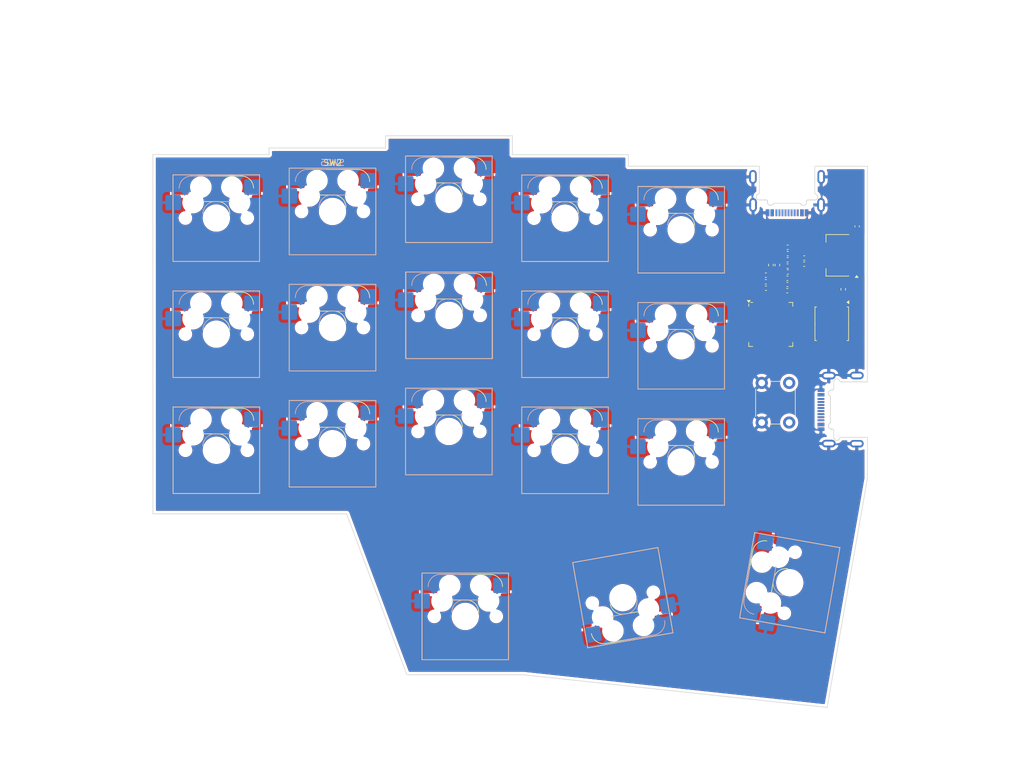
<source format=kicad_pcb>
(kicad_pcb (version 20241229) (generator "pcbnew") (generator_version "9.0")
  (layers (0 "F.Cu" signal) (2 "B.Cu" signal) (13 "F.Paste" user) (15 "B.Paste" user) (5 "F.SilkS" user "F.Silkscreen") (7 "B.SilkS" user "B.Silkscreen") (1 "F.Mask" user) (3 "B.Mask" user) (25 "Edge.Cuts" user))
  (net 0 "")
  (net 2 "GND")
  (net 4 "VBUS")
  (net 5 "/USB-DM")
  (net 7 "/USB-DP")
  (net 9 "/TX")
  (net 10 "/RX")
  (net 15 "/GPIO00")
  (net 16 "/GPIO01")
  (net 17 "/GPIO02")
  (net 18 "/GPIO03")
  (net 19 "/GPIO04")
  (net 20 "/GPIO05")
  (net 21 "/GPIO06")
  (net 22 "/GPIO07")
  (net 23 "/GPIO08")
  (net 24 "/GPIO09")
  (net 25 "/GPIO10")
  (net 26 "/GPIO11")
  (net 27 "/GPIO12")
  (net 28 "/GPIO13")
  (net 29 "/GPIO14")
  (net 30 "/GPIO15")
  (net 31 "/GPIO16")
  (net 32 "/GPIO17")
  (net 33 "/GPIO18")
  (net 34 "Net-(R3-Pad1)")
  (net 38 "+1V1")
  (net 40 "+3V3")
  (net 41 "Net-(U1-USB_DM)")
  (net 42 "/SS")
  (net 43 "/CLK")
  (net 47 "/SD1")
  (net 50 "/SD3")
  (net 51 "/SD0")
  (net 52 "/SD2")
  (net 53 "Net-(U1-USB_DP)")
  (footprint "Capacitor_SMD:C_0402_1005Metric" (layer "F.Cu") (at 244.2174 137.79)
    (property "Reference" "C9" (hide yes))
    (property "Value" "100n" (hide yes))
    (pad "1" smd roundrect (at -0.48 0) (size 0.56 0.62) (layers "F.Cu" "F.Mask" "F.Paste") (net 40 "+3V3"))
    (pad "2" smd roundrect (at 0.48 0) (size 0.56 0.62) (layers "F.Cu" "F.Mask" "F.Paste") (net 2 "GND"))
  )
  (footprint "ScottoKeebs_Components:USB_C_HRO_TYPE-C-31-M-14" (layer "F.Cu") (at 250.877399 162.365001 90)
    (property "Reference" "J4" (hide yes))
    (property "Value" "USB_C_Receptacle_USB2.0_16P" (hide yes))
    (fp_line (start -0.004999 0.355001) (end 2.088783 0.354999) (stroke (width 0.08)) (layer "Edge.Cuts"))
    (fp_line (start -0.004999 0.355001) (end -2.098782 0.355) (stroke (width 0.08)) (layer "Edge.Cuts"))
    (fp_line (start 3.195001 0.504999) (end 3.195001 0.705) (stroke (width 0.08)) (layer "Edge.Cuts"))
    (fp_line (start -3.204999 0.504999) (end -3.205001 0.705) (stroke (width 0.08)) (layer "Edge.Cuts"))
    (fp_line (start 3.394999 0.904999) (end 4.545 0.905) (stroke (width 0.08)) (layer "Edge.Cuts"))
    (fp_line (start -3.404998 0.905001) (end -4.554998 0.904999) (stroke (width 0.08)) (layer "Edge.Cuts"))
    (fp_line (start 4.545002 2.075821) (end 4.545001 6.435) (stroke (width 0.08)) (layer "Edge.Cuts"))
    (fp_line (start -4.554999 2.075821) (end -4.554999 6.434998) (stroke (width 0.08)) (layer "Edge.Cuts"))
    (fp_arc (start 2.261989 0.254999) (mid 2.188783 0.328204) (end 2.088783 0.354999) (stroke (width 0.08)) (layer "Edge.Cuts"))
    (fp_arc (start 2.261989 0.254999) (mid 2.824412 0.022036) (end 3.195001 0.504999) (stroke (width 0.08)) (layer "Edge.Cuts"))
    (fp_arc (start -2.098782 0.355) (mid -2.19878 0.328205) (end -2.271984 0.254999) (stroke (width 0.08)) (layer "Edge.Cuts"))
    (fp_arc (start -3.204999 0.504999) (mid -2.834407 0.022037) (end -2.271984 0.254999) (stroke (width 0.08)) (layer "Edge.Cuts"))
    (fp_arc (start -3.204999 0.705001) (mid -3.263576 0.84642) (end -3.404998 0.905001) (stroke (width 0.08)) (layer "Edge.Cuts"))
    (fp_arc (start 3.395 0.904998) (mid 3.253578 0.846421) (end 3.195001 0.705) (stroke (width 0.08)) (layer "Edge.Cuts"))
    (fp_arc (start 4.545001 0.904999) (mid 5.039763 1.332816) (end 4.68786 1.884157) (stroke (width 0.08)) (layer "Edge.Cuts"))
    (fp_arc (start -4.697857 1.884157) (mid -5.04976 1.332814) (end -4.554998 0.904999) (stroke (width 0.08)) (layer "Edge.Cuts"))
    (fp_arc (start -4.697856 1.884159) (mid -4.594641 1.956298) (end -4.554999 2.075821) (stroke (width 0.08)) (layer "Edge.Cuts"))
    (fp_arc (start 4.545002 2.075821) (mid 4.584645 1.956297) (end 4.68786 1.884157) (stroke (width 0.08)) (layer "Edge.Cuts"))
    (pad "" np_thru_hole circle (at -3.75 0 90) (size 0.65 0.65) (drill 0.65) (layers "*.Cu" "*.Mask"))
    (pad "" np_thru_hole circle (at 3.75 0 90) (size 0.65 0.65) (drill 0.65) (layers "*.Cu" "*.Mask"))
    (pad "A1" smd rect (at -3.200001 -1.2 270) (size 0.54 1.1) (layers "F.Cu" "F.Mask" "F.Paste") (net 2 "GND"))
    (pad "A4" smd rect (at -2.449999 -1.2 270) (size 0.54 1.1) (layers "F.Cu" "F.Mask" "F.Paste") (net 4 "VBUS"))
    (pad "A5" smd rect (at -1.249999 -1.200001 270) (size 0.3 1.1) (layers "F.Cu" "F.Mask" "F.Paste"))
    (pad "A6" smd rect (at -0.250001 -1.2 270) (size 0.3 1.1) (layers "F.Cu" "F.Mask" "F.Paste") (net 9 "/TX"))
    (pad "A7" smd rect (at 0.249999 -1.2 270) (size 0.3 1.1) (layers "F.Cu" "F.Mask" "F.Paste") (net 10 "/RX"))
    (pad "A8" smd rect (at 1.250001 -1.2 270) (size 0.3 1.1) (layers "F.Cu" "F.Mask" "F.Paste"))
    (pad "A9" smd rect (at 2.450001 -1.199999 270) (size 0.54 1.1) (layers "F.Cu" "F.Mask" "F.Paste") (net 4 "VBUS"))
    (pad "A12" smd rect (at 3.2 -1.199999 270) (size 0.54 1.1) (layers "F.Cu" "F.Mask" "F.Paste") (net 2 "GND"))
    (pad "B1" smd rect (at 3.2 -1.199999 270) (size 0.54 1.1) (layers "F.Cu" "F.Mask" "F.Paste") (net 2 "GND"))
    (pad "B4" smd rect (at 2.450001 -1.199999 270) (size 0.54 1.1) (layers "F.Cu" "F.Mask" "F.Paste") (net 4 "VBUS"))
    (pad "B5" smd rect (at 1.75 -1.2 270) (size 0.3 1.1) (layers "F.Cu" "F.Mask" "F.Paste"))
    (pad "B6" smd rect (at 0.749999 -1.200001 270) (size 0.3 1.1) (layers "F.Cu" "F.Mask" "F.Paste") (net 9 "/TX"))
    (pad "B7" smd rect (at -0.75 -1.199999 270) (size 0.3 1.1) (layers "F.Cu" "F.Mask" "F.Paste") (net 10 "/RX"))
    (pad "B8" smd rect (at -1.75 -1.2 270) (size 0.3 1.1) (layers "F.Cu" "F.Mask" "F.Paste"))
    (pad "B9" smd rect (at -2.449999 -1.2 270) (size 0.54 1.1) (layers "F.Cu" "F.Mask" "F.Paste") (net 4 "VBUS"))
    (pad "B12" smd rect (at -3.200001 -1.2 270) (size 0.54 1.1) (layers "F.Cu" "F.Mask" "F.Paste") (net 2 "GND"))
    (pad "S1" thru_hole oval (at -5.594999 4.680001 270) (size 1.2 2.25) (drill oval 0.6 1.65) (layers "*.Cu" "*.Mask") (net 2 "GND"))
    (pad "S1" thru_hole oval (at -5.574998 0.08 270) (size 1.2 2.25) (drill oval 0.6 1.65) (layers "*.Cu" "*.Mask") (net 2 "GND"))
    (pad "S1" thru_hole oval (at 5.575 0.080002 270) (size 1.2 2.25) (drill oval 0.6 1.65) (layers "*.Cu" "*.Mask") (net 2 "GND"))
    (pad "S1" thru_hole oval (at 5.595001 4.68 270) (size 1.2 2.25) (drill oval 0.6 1.65) (layers "*.Cu" "*.Mask") (net 2 "GND"))
  )
  (footprint "Capacitor_SMD:C_0402_1005Metric" (layer "F.Cu") (at 246.9374 137.49 180)
    (property "Reference" "C14" (hide yes))
    (property "Value" "100n" (hide yes))
    (pad "1" smd roundrect (at -0.480008 -0.000002 180) (size 0.56 0.62) (layers "F.Cu" "F.Mask" "F.Paste") (net 40 "+3V3"))
    (pad "2" smd roundrect (at 0.480008 0.000002 180) (size 0.56 0.62) (layers "F.Cu" "F.Mask" "F.Paste") (net 2 "GND"))
  )
  (footprint "Capacitor_SMD:C_0402_1005Metric" (layer "F.Cu") (at 255.6174 132.3 90)
    (property "Reference" "C1" (hide yes))
    (property "Value" "10u" (hide yes))
    (pad "1" smd roundrect (at -0.480001 -0.000002 90) (size 0.56 0.62) (layers "F.Cu" "F.Mask" "F.Paste") (net 4 "VBUS"))
    (pad "2" smd roundrect (at 0.480001 0.000002 90) (size 0.56 0.62) (layers "F.Cu" "F.Mask" "F.Paste") (net 2 "GND"))
  )
  (footprint "Capacitor_SMD:C_0402_1005Metric" (layer "F.Cu") (at 240.632888 141.404494 180)
    (property "Reference" "C5" (hide yes))
    (property "Value" "100n" (hide yes))
    (pad "1" smd roundrect (at -0.480008 -0.000002 180) (size 0.56 0.62) (layers "F.Cu" "F.Mask" "F.Paste") (net 38 "+1V1"))
    (pad "2" smd roundrect (at 0.480008 0.000002 180) (size 0.56 0.62) (layers "F.Cu" "F.Mask" "F.Paste") (net 2 "GND"))
  )
  (footprint "ScottoKeebs_Hotswap:Hotswap_MX_1.00u" (layer "F.Cu") (at 207.6874 130.96)
    (property "Reference" "SW4" (hide yes))
    (property "Value" "SW_Push_45deg" (hide yes))
    (pad "" np_thru_hole circle (at -5.08 0) (size 1.75 1.75) (drill 1.75) (layers "*.Cu" "*.Mask"))
    (pad "" np_thru_hole circle (at -3.81 -2.54) (size 3.05 3.05) (drill 3.05) (layers "*.Cu" "*.Mask"))
    (pad "" np_thru_hole circle (at 0 0) (size 4 4) (drill 4) (layers "*.Cu" "*.Mask"))
    (pad "" np_thru_hole circle (at 2.54 -5.08) (size 3.05 3.05) (drill 3.05) (layers "*.Cu" "*.Mask"))
    (pad "" np_thru_hole circle (at 5.08 0) (size 1.75 1.75) (drill 1.75) (layers "*.Cu" "*.Mask"))
    (pad "1" smd roundrect (at -7.085 -2.54) (size 2.55 2.5) (layers "B.Cu" "B.Mask" "B.Paste") (roundrect_rratio 0.1) (net 2 "GND"))
    (pad "2" smd roundrect (at 5.842 -5.08) (size 2.55 2.5) (layers "B.Cu" "B.Mask" "B.Paste") (roundrect_rratio 0.1) (net 18 "/GPIO03"))
  )
  (footprint "ScottoKeebs_Hotswap:Hotswap_MX_1.00u" (layer "F.Cu") (at 150.477403 149.990001)
    (property "Reference" "SW6" (hide yes))
    (property "Value" "SW_Push_45deg" (hide yes))
    (pad "" np_thru_hole circle (at -5.079996 -0.000005) (size 1.75 1.75) (drill 1.75) (layers "*.Cu" "*.Mask"))
    (pad "" np_thru_hole circle (at -3.809997 -2.540001) (size 3.05 3.05) (drill 3.05) (layers "*.Cu" "*.Mask"))
    (pad "" np_thru_hole circle (at 0 0) (size 4 4) (drill 4) (layers "*.Cu" "*.Mask"))
    (pad "" np_thru_hole circle (at 2.54 -5.080001) (size 3.05 3.05) (drill 3.05) (layers "*.Cu" "*.Mask"))
    (pad "" np_thru_hole circle (at 5.079996 0.000005) (size 1.75 1.75) (drill 1.75) (layers "*.Cu" "*.Mask"))
    (pad "1" smd roundrect (at -7.085001 -2.539999) (size 2.55 2.5) (layers "B.Cu" "B.Mask" "B.Paste") (roundrect_rratio 0.1) (net 2 "GND"))
    (pad "2" smd roundrect (at 5.841998 -5.080003) (size 2.55 2.5) (layers "B.Cu" "B.Mask" "B.Paste") (roundrect_rratio 0.1) (net 20 "/GPIO05"))
  )
  (footprint "Capacitor_SMD:C_0402_1005Metric" (layer "F.Cu") (at 244.2074 138.82)
    (property "Reference" "C10" (hide yes))
    (property "Value" "100n" (hide yes))
    (pad "1" smd roundrect (at -0.48 0) (size 0.56 0.62) (layers "F.Cu" "F.Mask" "F.Paste") (net 40 "+3V3"))
    (pad "2" smd roundrect (at 0.48 0) (size 0.56 0.62) (layers "F.Cu" "F.Mask" "F.Paste") (net 2 "GND"))
  )
  (footprint "Resistor_SMD:R_0402_1005Metric" (layer "F.Cu") (at 241.4774 138.65 -90)
    (property "Reference" "R1" (hide yes))
    (property "Value" "27.4" (hide yes))
    (pad "1" smd roundrect (at -0.510001 0.000001 270) (size 0.54 0.64) (layers "F.Cu" "F.Mask" "F.Paste") (net 7 "/USB-DP"))
    (pad "2" smd roundrect (at 0.510001 -0.000001 270) (size 0.54 0.64) (layers "F.Cu" "F.Mask" "F.Paste") (net 53 "Net-(U1-USB_DP)"))
  )
  (footprint "ScottoKeebs_Hotswap:Hotswap_MX_1.00u" (layer "F.Cu") (at 188.6374 165.96)
    (property "Reference" "SW13" (hide yes))
    (property "Value" "SW_Push_45deg" (hide yes))
    (pad "" np_thru_hole circle (at -5.08 0) (size 1.75 1.75) (drill 1.75) (layers "*.Cu" "*.Mask"))
    (pad "" np_thru_hole circle (at -3.81 -2.54) (size 3.05 3.05) (drill 3.05) (layers "*.Cu" "*.Mask"))
    (pad "" np_thru_hole circle (at 0 0) (size 4 4) (drill 4) (layers "*.Cu" "*.Mask"))
    (pad "" np_thru_hole circle (at 2.54 -5.08) (size 3.05 3.05) (drill 3.05) (layers "*.Cu" "*.Mask"))
    (pad "" np_thru_hole circle (at 5.08 0) (size 1.75 1.75) (drill 1.75) (layers "*.Cu" "*.Mask"))
    (pad "1" smd roundrect (at -7.085 -2.54) (size 2.55 2.5) (layers "B.Cu" "B.Mask" "B.Paste") (roundrect_rratio 0.1) (net 2 "GND"))
    (pad "2" smd roundrect (at 5.842 -5.08) (size 2.55 2.5) (layers "B.Cu" "B.Mask" "B.Paste") (roundrect_rratio 0.1) (net 27 "/GPIO12"))
  )
  (footprint "Capacitor_SMD:C_0402_1005Metric" (layer "F.Cu") (at 244.2274 136.77)
    (property "Reference" "C8" (hide yes))
    (property "Value" "100n" (hide yes))
    (pad "1" smd roundrect (at -0.48 0) (size 0.56 0.62) (layers "F.Cu" "F.Mask" "F.Paste") (net 40 "+3V3"))
    (pad "2" smd roundrect (at 0.48 0) (size 0.56 0.62) (layers "F.Cu" "F.Mask" "F.Paste") (net 2 "GND"))
  )
  (footprint "ScottoKeebs_Hotswap:Hotswap_MX_1.00u" (layer "F.Cu") (at 226.7374 132.86)
    (property "Reference" "SW5" (hide yes))
    (property "Value" "SW_Push_45deg" (hide yes))
    (pad "" np_thru_hole circle (at -5.08 0) (size 1.75 1.75) (drill 1.75) (layers "*.Cu" "*.Mask"))
    (pad "" np_thru_hole circle (at -3.81 -2.54) (size 3.05 3.05) (drill 3.05) (layers "*.Cu" "*.Mask"))
    (pad "" np_thru_hole circle (at 0 0) (size 4 4) (drill 4) (layers "*.Cu" "*.Mask"))
    (pad "" np_thru_hole circle (at 2.54 -5.08) (size 3.05 3.05) (drill 3.05) (layers "*.Cu" "*.Mask"))
    (pad "" np_thru_hole circle (at 5.08 0) (size 1.75 1.75) (drill 1.75) (layers "*.Cu" "*.Mask"))
    (pad "1" smd roundrect (at -7.085 -2.54) (size 2.55 2.5) (layers "B.Cu" "B.Mask" "B.Paste") (roundrect_rratio 0.1) (net 2 "GND"))
    (pad "2" smd roundrect (at 5.842 -5.08) (size 2.55 2.5) (layers "B.Cu" "B.Mask" "B.Paste") (roundrect_rratio 0.1) (net 19 "/GPIO04"))
  )
  (footprint "ScottoKeebs_Hotswap:Hotswap_MX_1.00u" (layer "F.Cu") (at 207.6874 169.06)
    (property "Reference" "SW14" (hide yes))
    (property "Value" "SW_Push_45deg" (hide yes))
    (pad "" np_thru_hole circle (at -5.08 0) (size 1.75 1.75) (drill 1.75) (layers "*.Cu" "*.Mask"))
    (pad "" np_thru_hole circle (at -3.81 -2.54) (size 3.05 3.05) (drill 3.05) (layers "*.Cu" "*.Mask"))
    (pad "" np_thru_hole circle (at 0 0) (size 4 4) (drill 4) (layers "*.Cu" "*.Mask"))
    (pad "" np_thru_hole circle (at 2.54 -5.08) (size 3.05 3.05) (drill 3.05) (layers "*.Cu" "*.Mask"))
    (pad "" np_thru_hole circle (at 5.08 0) (size 1.75 1.75) (drill 1.75) (layers "*.Cu" "*.Mask"))
    (pad "1" smd roundrect (at -7.085 -2.54) (size 2.55 2.5) (layers "B.Cu" "B.Mask" "B.Paste") (roundrect_rratio 0.1) (net 2 "GND"))
    (pad "2" smd roundrect (at 5.842 -5.08) (size 2.55 2.5) (layers "B.Cu" "B.Mask" "B.Paste") (roundrect_rratio 0.1) (net 28 "/GPIO13"))
  )
  (footprint "Package_TO_SOT_SMD:SOT-223-3_TabPin2" (layer "F.Cu") (at 252.4174 137.06 180)
    (property "Reference" "U2" (hide yes))
    (property "Value" "NCP1117-3.3_SOT223" (hide yes))
    (pad "1" smd roundrect (at -3.15 -2.3 180) (size 2 1.5) (layers "F.Cu" "F.Mask" "F.Paste") (net 2 "GND"))
    (pad "2" smd roundrect (at -3.149999 0.000003 180) (size 2 1.5) (layers "F.Cu" "F.Mask" "F.Paste") (net 40 "+3V3"))
    (pad "2" smd roundrect (at 3.149999 -0.000003 180) (size 2 3.8) (layers "F.Cu" "F.Mask" "F.Paste") (net 40 "+3V3"))
    (pad "3" smd roundrect (at -3.15 2.3 180) (size 2 1.5) (layers "F.Cu" "F.Mask" "F.Paste") (net 4 "VBUS"))
  )
  (footprint "ScottoKeebs_Hotswap:Hotswap_MX_1.00u" (layer "F.Cu") (at 226.7374 170.96)
    (property "Reference" "SW15" (hide yes))
    (property "Value" "SW_Push_45deg" (hide yes))
    (pad "" np_thru_hole circle (at -5.08 0) (size 1.75 1.75) (drill 1.75) (layers "*.Cu" "*.Mask"))
    (pad "" np_thru_hole circle (at -3.81 -2.54) (size 3.05 3.05) (drill 3.05) (layers "*.Cu" "*.Mask"))
    (pad "" np_thru_hole circle (at 0 0) (size 4 4) (drill 4) (layers "*.Cu" "*.Mask"))
    (pad "" np_thru_hole circle (at 2.54 -5.08) (size 3.05 3.05) (drill 3.05) (layers "*.Cu" "*.Mask"))
    (pad "" np_thru_hole circle (at 5.08 0) (size 1.75 1.75) (drill 1.75) (layers "*.Cu" "*.Mask"))
    (pad "1" smd roundrect (at -7.085 -2.54) (size 2.55 2.5) (layers "B.Cu" "B.Mask" "B.Paste") (roundrect_rratio 0.1) (net 2 "GND"))
    (pad "2" smd roundrect (at 5.842 -5.08) (size 2.55 2.5) (layers "B.Cu" "B.Mask" "B.Paste") (roundrect_rratio 0.1) (net 29 "/GPIO14"))
  )
  (footprint "ScottoKeebs_Hotswap:Hotswap_MX_1.50u" (layer "F.Cu") (at 217.173697 193.22829 -170)
    (property "Reference" "SW17" (hide yes))
    (property "Value" "SW_Push_45deg" (hide yes))
    (pad "" np_thru_hole circle (at -5.079999 0.000004 190) (size 1.75 1.75) (drill 1.75) (layers "*.Cu" "*.Mask"))
    (pad "" np_thru_hole circle (at -3.81 -2.54 190) (size 3.05 3.05) (drill 3.05) (layers "*.Cu" "*.Mask"))
    (pad "" np_thru_hole circle (at 0 0 190) (size 4 4) (drill 4) (layers "*.Cu" "*.Mask"))
    (pad "" np_thru_hole circle (at 2.539998 -5.079998 190) (size 3.05 3.05) (drill 3.05) (layers "*.Cu" "*.Mask"))
    (pad "" np_thru_hole circle (at 5.079999 -0.000004 190) (size 1.75 1.75) (drill 1.75) (layers "*.Cu" "*.Mask"))
    (pad "1" smd roundrect (at -7.085002 -2.539998 190) (size 2.55 2.5) (layers "B.Cu" "B.Mask" "B.Paste") (roundrect_rratio 0.1) (net 2 "GND"))
    (pad "2" smd roundrect (at 5.842001 -5.080001 190) (size 2.55 2.5) (layers "B.Cu" "B.Mask" "B.Paste") (roundrect_rratio 0.1) (net 31 "/GPIO16"))
  )
  (footprint "Resistor_SMD:R_0402_1005Metric" (layer "F.Cu") (at 242.537399 138.65 -90)
    (property "Reference" "R2" (hide yes))
    (property "Value" "27.4" (hide yes))
    (pad "1" smd roundrect (at -0.510003 0.000002 270) (size 0.54 0.64) (layers "F.Cu" "F.Mask" "F.Paste") (net 5 "/USB-DM"))
    (pad "2" smd roundrect (at 0.510003 -0.000002 270) (size 0.54 0.64) (layers "F.Cu" "F.Mask" "F.Paste") (net 41 "Net-(U1-USB_DM)"))
  )
  (footprint "ScottoKeebs_Hotswap:Hotswap_MX_1.00u" (layer "F.Cu") (at 188.6374 146.91)
    (property "Reference" "SW8" (hide yes))
    (property "Value" "SW_Push_45deg" (hide yes))
    (pad "" np_thru_hole circle (at -5.08 0) (size 1.75 1.75) (drill 1.75) (layers "*.Cu" "*.Mask"))
    (pad "" np_thru_hole circle (at -3.81 -2.54) (size 3.05 3.05) (drill 3.05) (layers "*.Cu" "*.Mask"))
    (pad "" np_thru_hole circle (at 0 0) (size 4 4) (drill 4) (layers "*.Cu" "*.Mask"))
    (pad "" np_thru_hole circle (at 2.54 -5.08) (size 3.05 3.05) (drill 3.05) (layers "*.Cu" "*.Mask"))
    (pad "" np_thru_hole circle (at 5.08 0) (size 1.75 1.75) (drill 1.75) (layers "*.Cu" "*.Mask"))
    (pad "1" smd roundrect (at -7.085 -2.54) (size 2.55 2.5) (layers "B.Cu" "B.Mask" "B.Paste") (roundrect_rratio 0.1) (net 2 "GND"))
    (pad "2" smd roundrect (at 5.842 -5.08) (size 2.55 2.5) (layers "B.Cu" "B.Mask" "B.Paste") (roundrect_rratio 0.1) (net 22 "/GPIO07"))
  )
  (footprint "Capacitor_SMD:C_0402_1005Metric" (layer "F.Cu") (at 244.2274 135.73)
    (property "Reference" "C7" (hide yes))
    (property "Value" "100n" (hide yes))
    (pad "1" smd roundrect (at -0.48 0) (size 0.56 0.62) (layers "F.Cu" "F.Mask" "F.Paste") (net 40 "+3V3"))
    (pad "2" smd roundrect (at 0.48 0) (size 0.56 0.62) (layers "F.Cu" "F.Mask" "F.Paste") (net 2 "GND"))
  )
  (footprint "Package_DFN_QFN:QFN-56-1EP_7x7mm_P0.4mm_EP3.2x3.2mm" (layer "F.Cu") (at 241.4474 148.3875)
    (property "Reference" "U1" (hide yes))
    (property "Value" "RP2040" (hide yes))
    (pad "1" smd roundrect (at -3.4375 -2.6) (size 0.875 0.2) (layers "F.Cu" "F.Mask" "F.Paste") (net 40 "+3V3"))
    (pad "2" smd roundrect (at -3.4375 -2.2) (size 0.875 0.2) (layers "F.Cu" "F.Mask" "F.Paste") (net 15 "/GPIO00"))
    (pad "3" smd roundrect (at -3.4375 -1.8) (size 0.875 0.2) (layers "F.Cu" "F.Mask" "F.Paste") (net 16 "/GPIO01"))
    (pad "4" smd roundrect (at -3.4375 -1.4) (size 0.875 0.2) (layers "F.Cu" "F.Mask" "F.Paste") (net 17 "/GPIO02"))
    (pad "5" smd roundrect (at -3.4375 -1) (size 0.875 0.2) (layers "F.Cu" "F.Mask" "F.Paste") (net 18 "/GPIO03"))
    (pad "6" smd roundrect (at -3.4375 -0.6) (size 0.875 0.2) (layers "F.Cu" "F.Mask" "F.Paste") (net 19 "/GPIO04"))
    (pad "7" smd roundrect (at -3.4375 -0.2) (size 0.875 0.2) (layers "F.Cu" "F.Mask" "F.Paste") (net 20 "/GPIO05"))
    (pad "8" smd roundrect (at -3.4375 0.2) (size 0.875 0.2) (layers "F.Cu" "F.Mask" "F.Paste") (net 21 "/GPIO06"))
    (pad "9" smd roundrect (at -3.4375 0.6) (size 0.875 0.2) (layers "F.Cu" "F.Mask" "F.Paste") (net 22 "/GPIO07"))
    (pad "10" smd roundrect (at -3.4375 1) (size 0.875 0.2) (layers "F.Cu" "F.Mask" "F.Paste") (net 40 "+3V3"))
    (pad "11" smd roundrect (at -3.4375 1.4) (size 0.875 0.2) (layers "F.Cu" "F.Mask" "F.Paste") (net 23 "/GPIO08"))
    (pad "12" smd roundrect (at -3.4375 1.8) (size 0.875 0.2) (layers "F.Cu" "F.Mask" "F.Paste") (net 24 "/GPIO09"))
    (pad "13" smd roundrect (at -3.4375 2.2) (size 0.875 0.2) (layers "F.Cu" "F.Mask" "F.Paste") (net 25 "/GPIO10"))
    (pad "14" smd roundrect (at -3.4375 2.6) (size 0.875 0.2) (layers "F.Cu" "F.Mask" "F.Paste") (net 26 "/GPIO11"))
    (pad "15" smd roundrect (at -2.6 3.4375) (size 0.2 0.875) (layers "F.Cu" "F.Mask" "F.Paste") (net 27 "/GPIO12"))
    (pad "16" smd roundrect (at -2.2 3.4375) (size 0.2 0.875) (layers "F.Cu" "F.Mask" "F.Paste") (net 28 "/GPIO13"))
    (pad "17" smd roundrect (at -1.8 3.4375) (size 0.2 0.875) (layers "F.Cu" "F.Mask" "F.Paste") (net 29 "/GPIO14"))
    (pad "18" smd roundrect (at -1.4 3.4375) (size 0.2 0.875) (layers "F.Cu" "F.Mask" "F.Paste") (net 30 "/GPIO15"))
    (pad "19" smd roundrect (at -1 3.4375) (size 0.2 0.875) (layers "F.Cu" "F.Mask" "F.Paste") (net 2 "GND"))
    (pad "20" smd roundrect (at -0.6 3.4375) (size 0.2 0.875) (layers "F.Cu" "F.Mask" "F.Paste"))
    (pad "21" smd roundrect (at -0.2 3.4375) (size 0.2 0.875) (layers "F.Cu" "F.Mask" "F.Paste"))
    (pad "22" smd roundrect (at 0.2 3.4375) (size 0.2 0.875) (layers "F.Cu" "F.Mask" "F.Paste") (net 40 "+3V3"))
    (pad "23" smd roundrect (at 0.6 3.4375) (size 0.2 0.875) (layers "F.Cu" "F.Mask" "F.Paste") (net 38 "+1V1"))
    (pad "24" smd roundrect (at 1 3.4375) (size 0.2 0.875) (layers "F.Cu" "F.Mask" "F.Paste"))
    (pad "25" smd roundrect (at 1.4 3.4375) (size 0.2 0.875) (layers "F.Cu" "F.Mask" "F.Paste"))
    (pad "26" smd roundrect (at 1.8 3.4375) (size 0.2 0.875) (layers "F.Cu" "F.Mask" "F.Paste"))
    (pad "27" smd roundrect (at 2.2 3.4375) (size 0.2 0.875) (layers "F.Cu" "F.Mask" "F.Paste") (net 31 "/GPIO16"))
    (pad "28" smd roundrect (at 2.6 3.4375) (size 0.2 0.875) (layers "F.Cu" "F.Mask" "F.Paste") (net 32 "/GPIO17"))
    (pad "29" smd roundrect (at 3.4375 2.6) (size 0.875 0.2) (layers "F.Cu" "F.Mask" "F.Paste") (net 33 "/GPIO18"))
    (pad "30" smd roundrect (at 3.4375 2.2) (size 0.875 0.2) (layers "F.Cu" "F.Mask" "F.Paste") (net 32 "/GPIO17"))
    (pad "31" smd roundrect (at 3.4375 1.8) (size 0.875 0.2) (layers "F.Cu" "F.Mask" "F.Paste"))
    (pad "32" smd roundrect (at 3.4375 1.4) (size 0.875 0.2) (layers "F.Cu" "F.Mask" "F.Paste"))
    (pad "33" smd roundrect (at 3.4375 1) (size 0.875 0.2) (layers "F.Cu" "F.Mask" "F.Paste") (net 40 "+3V3"))
    (pad "34" smd roundrect (at 3.4375 0.6) (size 0.875 0.2) (layers "F.Cu" "F.Mask" "F.Paste"))
    (pad "35" smd roundrect (at 3.4375 0.2) (size 0.875 0.2) (layers "F.Cu" "F.Mask" "F.Paste"))
    (pad "36" smd roundrect (at 3.4375 -0.2) (size 0.875 0.2) (layers "F.Cu" "F.Mask" "F.Paste"))
    (pad "37" smd roundrect (at 3.4375 -0.6) (size 0.875 0.2) (layers "F.Cu" "F.Mask" "F.Paste"))
    (pad "38" smd roundrect (at 3.4375 -1) (size 0.875 0.2) (layers "F.Cu" "F.Mask" "F.Paste"))
    (pad "39" smd roundrect (at 3.4375 -1.4) (size 0.875 0.2) (layers "F.Cu" "F.Mask" "F.Paste"))
    (pad "40" smd roundrect (at 3.4375 -1.8) (size 0.875 0.2) (layers "F.Cu" "F.Mask" "F.Paste") (net 9 "/TX"))
    (pad "41" smd roundrect (at 3.4375 -2.2) (size 0.875 0.2) (layers "F.Cu" "F.Mask" "F.Paste") (net 10 "/RX"))
    (pad "42" smd roundrect (at 3.4375 -2.6) (size 0.875 0.2) (layers "F.Cu" "F.Mask" "F.Paste") (net 40 "+3V3"))
    (pad "43" smd roundrect (at 2.6 -3.4375) (size 0.2 0.875) (layers "F.Cu" "F.Mask" "F.Paste") (net 40 "+3V3"))
    (pad "44" smd roundrect (at 2.2 -3.4375) (size 0.2 0.875) (layers "F.Cu" "F.Mask" "F.Paste") (net 40 "+3V3"))
    (pad "45" smd roundrect (at 1.8 -3.4375) (size 0.2 0.875) (layers "F.Cu" "F.Mask" "F.Paste") (net 38 "+1V1"))
    (pad "46" smd roundrect (at 1.4 -3.4375) (size 0.2 0.875) (layers "F.Cu" "F.Mask" "F.Paste") (net 41 "Net-(U1-USB_DM)"))
    (pad "47" smd roundrect (at 1 -3.4375) (size 0.2 0.875) (layers "F.Cu" "F.Mask" "F.Paste") (net 53 "Net-(U1-USB_DP)"))
    (pad "48" smd roundrect (at 0.6 -3.4375) (size 0.2 0.875) (layers "F.Cu" "F.Mask" "F.Paste") (net 40 "+3V3"))
    (pad "49" smd roundrect (at 0.2 -3.4375) (size 0.2 0.875) (layers "F.Cu" "F.Mask" "F.Paste") (net 40 "+3V3"))
    (pad "50" smd roundrect (at -0.2 -3.4375) (size 0.2 0.875) (layers "F.Cu" "F.Mask" "F.Paste") (net 38 "+1V1"))
    (pad "51" smd roundrect (at -0.6 -3.4375) (size 0.2 0.875) (layers "F.Cu" "F.Mask" "F.Paste") (net 50 "/SD3"))
    (pad "52" smd roundrect (at -1 -3.4375) (size 0.2 0.875) (layers "F.Cu" "F.Mask" "F.Paste") (net 43 "/CLK"))
    (pad "53" smd roundrect (at -1.4 -3.4375) (size 0.2 0.875) (layers "F.Cu" "F.Mask" "F.Paste") (net 51 "/SD0"))
    (pad "54" smd roundrect (at -1.8 -3.4375) (size 0.2 0.875) (layers "F.Cu" "F.Mask" "F.Paste") (net 52 "/SD2"))
    (pad "55" smd roundrect (at -2.2 -3.4375) (size 0.2 0.875) (layers "F.Cu" "F.Mask" "F.Paste") (net 47 "/SD1"))
    (pad "56" smd roundrect (at -2.6 -3.4375) (size 0.2 0.875) (layers "F.Cu" "F.Mask" "F.Paste") (net 42 "/SS"))
    (pad "57" smd rect (at 0 0) (size 3.2 3.2) (property pad_prop_heatsink) (layers "F.Cu" "F.Mask") (net 2 "GND"))
  )
  (footprint "Resistor_SMD:R_0402_1005Metric" (layer "F.Cu") (at 253.3374 142.619998 -90)
    (property "Reference" "R3" (hide yes))
    (property "Value" "1k" (hide yes))
    (pad "1" smd roundrect (at -0.510002 0 270) (size 0.54 0.64) (layers "F.Cu" "F.Mask" "F.Paste") (net 34 "Net-(R3-Pad1)"))
    (pad "2" smd roundrect (at 0.510002 0 270) (size 0.54 0.64) (layers "F.Cu" "F.Mask" "F.Paste") (net 42 "/SS"))
  )
  (footprint "Capacitor_SMD:C_0402_1005Metric" (layer "F.Cu") (at 246.9274 138.51 180)
    (property "Reference" "C2" (hide yes))
    (property "Value" "10u" (hide yes))
    (pad "1" smd roundrect (at -0.480002 -0.000002 180) (size 0.56 0.62) (layers "F.Cu" "F.Mask" "F.Paste") (net 40 "+3V3"))
    (pad "2" smd roundrect (at 0.480002 0.000002 180) (size 0.56 0.62) (layers "F.Cu" "F.Mask" "F.Paste") (net 2 "GND"))
  )
  (footprint "Capacitor_SMD:C_0402_1005Metric" (layer "F.Cu") (at 244.1674 140.82)
    (property "Reference" "C12" (hide yes))
    (property "Value" "100n" (hide yes))
    (pad "1" smd roundrect (at -0.48 0) (size 0.56 0.62) (layers "F.Cu" "F.Mask" "F.Paste") (net 40 "+3V3"))
    (pad "2" smd roundrect (at 0.48 0) (size 0.56 0.62) (layers "F.Cu" "F.Mask" "F.Paste") (net 2 "GND"))
  )
  (footprint "Button_Switch_THT:SW_PUSH_6mm_H4.3mm" (layer "F.Cu") (at 239.9674 164.490001 90)
    (property "Reference" "SW41" (hide yes))
    (property "Value" "SW_Push" (hide yes))
    (pad "1" thru_hole circle (at 0 0 180) (size 2 2) (drill 1.1) (layers "*.Cu" "*.Mask") (net 2 "GND"))
    (pad "1" thru_hole circle (at 6.500003 0 180) (size 2 2) (drill 1.1) (layers "*.Cu" "*.Mask") (net 2 "GND"))
    (pad "2" thru_hole circle (at 0 4.499999 180) (size 2 2) (drill 1.1) (layers "*.Cu" "*.Mask") (net 34 "Net-(R3-Pad1)"))
    (pad "2" thru_hole circle (at 6.499996 4.500002 180) (size 2 2) (drill 1.1) (layers "*.Cu" "*.Mask") (net 34 "Net-(R3-Pad1)"))
  )
  (footprint "ScottoKeebs_Hotswap:Hotswap_MX_1.00u" (layer "F.Cu") (at 169.5374 148.91)
    (property "Reference" "SW7" (hide yes))
    (property "Value" "SW_Push_45deg" (hide yes))
    (pad "" np_thru_hole circle (at -5.08 0) (size 1.75 1.75) (drill 1.75) (layers "*.Cu" "*.Mask"))
    (pad "" np_thru_hole circle (at -3.81 -2.54) (size 3.05 3.05) (drill 3.05) (layers "*.Cu" "*.Mask"))
    (pad "" np_thru_hole circle (at 0 0) (size 4 4) (drill 4) (layers "*.Cu" "*.Mask"))
    (pad "" np_thru_hole circle (at 2.54 -5.08) (size 3.05 3.05) (drill 3.05) (layers "*.Cu" "*.Mask"))
    (pad "" np_thru_hole circle (at 5.08 0) (size 1.75 1.75) (drill 1.75) (layers "*.Cu" "*.Mask"))
    (pad "1" smd roundrect (at -7.085 -2.54) (size 2.55 2.5) (layers "B.Cu" "B.Mask" "B.Paste") (roundrect_rratio 0.1) (net 2 "GND"))
    (pad "2" smd roundrect (at 5.842 -5.08) (size 2.55 2.5) (layers "B.Cu" "B.Mask" "B.Paste") (roundrect_rratio 0.1) (net 21 "/GPIO06"))
  )
  (footprint "ScottoKeebs_Hotswap:Hotswap_MX_1.00u" (layer "F.Cu") (at 226.7374 151.91)
    (property "Reference" "SW10" (hide yes))
    (property "Value" "SW_Push_45deg" (hide yes))
    (pad "" np_thru_hole circle (at -5.08 0) (size 1.75 1.75) (drill 1.75) (layers "*.Cu" "*.Mask"))
    (pad "" np_thru_hole circle (at -3.81 -2.54) (size 3.05 3.05) (drill 3.05) (layers "*.Cu" "*.Mask"))
    (pad "" np_thru_hole circle (at 0 0) (size 4 4) (drill 4) (layers "*.Cu" "*.Mask"))
    (pad "" np_thru_hole circle (at 2.54 -5.08) (size 3.05 3.05) (drill 3.05) (layers "*.Cu" "*.Mask"))
    (pad "" np_thru_hole circle (at 5.08 0) (size 1.75 1.75) (drill 1.75) (layers "*.Cu" "*.Mask"))
    (pad "1" smd roundrect (at -7.085 -2.54) (size 2.55 2.5) (layers "B.Cu" "B.Mask" "B.Paste") (roundrect_rratio 0.1) (net 2 "GND"))
    (pad "2" smd roundrect (at 5.842 -5.08) (size 2.55 2.5) (layers "B.Cu" "B.Mask" "B.Paste") (roundrect_rratio 0.1) (net 24 "/GPIO09"))
  )
  (footprint "ScottoKeebs_Hotswap:Hotswap_MX_1.00u" (layer "F.Cu") (at 188.6374 127.86)
    (property "Reference" "SW3" (hide yes))
    (property "Value" "SW_Push_45deg" (hide yes))
    (pad "" np_thru_hole circle (at -5.08 0) (size 1.75 1.75) (drill 1.75) (layers "*.Cu" "*.Mask"))
    (pad "" np_thru_hole circle (at -3.81 -2.54) (size 3.05 3.05) (drill 3.05) (layers "*.Cu" "*.Mask"))
    (pad "" np_thru_hole circle (at 0 0) (size 4 4) (drill 4) (layers "*.Cu" "*.Mask"))
    (pad "" np_thru_hole circle (at 2.54 -5.08) (size 3.05 3.05) (drill 3.05) (layers "*.Cu" "*.Mask"))
    (pad "" np_thru_hole circle (at 5.08 0) (size 1.75 1.75) (drill 1.75) (layers "*.Cu" "*.Mask"))
    (pad "1" smd roundrect (at -7.085 -2.54) (size 2.55 2.5) (layers "B.Cu" "B.Mask" "B.Paste") (roundrect_rratio 0.1) (net 2 "GND"))
    (pad "2" smd roundrect (at 5.842 -5.08) (size 2.55 2.5) (layers "B.Cu" "B.Mask" "B.Paste") (roundrect_rratio 0.1) (net 17 "/GPIO02"))
  )
  (footprint "ScottoKeebs_Hotswap:Hotswap_MX_1.00u" (layer "F.Cu") (at 207.6874 150.01)
    (property "Reference" "SW9" (hide yes))
    (property "Value" "SW_Push_45deg" (hide yes))
    (pad "" np_thru_hole circle (at -5.08 0) (size 1.75 1.75) (drill 1.75) (layers "*.Cu" "*.Mask"))
    (pad "" np_thru_hole circle (at -3.81 -2.54) (size 3.05 3.05) (drill 3.05) (layers "*.Cu" "*.Mask"))
    (pad "" np_thru_hole circle (at 0 0) (size 4 4) (drill 4) (layers "*.Cu" "*.Mask"))
    (pad "" np_thru_hole circle (at 2.54 -5.08) (size 3.05 3.05) (drill 3.05) (layers "*.Cu" "*.Mask"))
    (pad "" np_thru_hole circle (at 5.08 0) (size 1.75 1.75) (drill 1.75) (layers "*.Cu" "*.Mask"))
    (pad "1" smd roundrect (at -7.085 -2.54) (size 2.55 2.5) (layers "B.Cu" "B.Mask" "B.Paste") (roundrect_rratio 0.1) (net 2 "GND"))
    (pad "2" smd roundrect (at 5.842 -5.08) (size 2.55 2.5) (layers "B.Cu" "B.Mask" "B.Paste") (roundrect_rratio 0.1) (net 23 "/GPIO08"))
  )
  (footprint "Capacitor_SMD:C_0402_1005Metric" (layer "F.Cu") (at 240.6474 142.45 180)
    (property "Reference" "C3" (hide yes))
    (property "Value" "1u" (hide yes))
    (pad "1" smd roundrect (at -0.480008 -0.000002 180) (size 0.56 0.62) (layers "F.Cu" "F.Mask" "F.Paste") (net 38 "+1V1"))
    (pad "2" smd roundrect (at 0.480008 0.000002 180) (size 0.56 0.62) (layers "F.Cu" "F.Mask" "F.Paste") (net 2 "GND"))
  )
  (footprint "ScottoKeebs_Hotswap:Hotswap_MX_1.00u" (layer "F.Cu") (at 169.5374 129.86)
    (property "Reference" "SW2" (at 0 -8 0) (layer "F.SilkS"))
    (property "Value" "SW_Push_45deg" (hide yes))
    (pad "" np_thru_hole circle (at -5.08 0) (size 1.75 1.75) (drill 1.75) (layers "*.Cu" "*.Mask"))
    (pad "" np_thru_hole circle (at -3.81 -2.54) (size 3.05 3.05) (drill 3.05) (layers "*.Cu" "*.Mask"))
    (pad "" np_thru_hole circle (at 0 0) (size 4 4) (drill 4) (layers "*.Cu" "*.Mask"))
    (pad "" np_thru_hole circle (at 2.54 -5.08) (size 3.05 3.05) (drill 3.05) (layers "*.Cu" "*.Mask"))
    (pad "" np_thru_hole circle (at 5.08 0) (size 1.75 1.75) (drill 1.75) (layers "*.Cu" "*.Mask"))
    (pad "1" smd roundrect (at -7.085 -2.54) (size 2.55 2.5) (layers "B.Cu" "B.Mask" "B.Paste") (roundrect_rratio 0.1) (net 2 "GND"))
    (pad "2" smd roundrect (at 5.842 -5.08) (size 2.55 2.5) (layers "B.Cu" "B.Mask" "B.Paste") (roundrect_rratio 0.1) (net 16 "/GPIO01"))
  )
  (footprint "ScottoKeebs_Hotswap:Hotswap_MX_2.00u" (layer "F.Cu") (at 244.562646 190.77829 80)
    (property "Reference" "SW18" (hide yes))
    (property "Value" "SW_Push_45deg" (hide yes))
    (pad "" np_thru_hole circle (at -5.08 0.000002 80) (size 1.75 1.75) (drill 1.75) (layers "*.Cu" "*.Mask"))
    (pad "" np_thru_hole circle (at -3.81 -2.54 80) (size 3.05 3.05) (drill 3.05) (layers "*.Cu" "*.Mask"))
    (pad "" np_thru_hole circle (at 0 0 80) (size 4 4) (drill 4) (layers "*.Cu" "*.Mask"))
    (pad "" np_thru_hole circle (at 2.540001 -5.08 80) (size 3.05 3.05) (drill 3.05) (layers "*.Cu" "*.Mask"))
    (pad "" np_thru_hole circle (at 5.08 -0.000002 80) (size 1.75 1.75) (drill 1.75) (layers "*.Cu" "*.Mask"))
    (pad "1" smd roundrect (at -7.085 -2.539999 80) (size 2.55 2.5) (layers "B.Cu" "B.Mask" "B.Paste") (roundrect_rratio 0.1) (net 2 "GND"))
    (pad "2" smd roundrect (at 5.842 -5.080001 80) (size 2.55 2.5) (layers "B.Cu" "B.Mask" "B.Paste") (roundrect_rratio 0.1) (net 32 "/GPIO17"))
  )
  (footprint "Capacitor_SMD:C_0402_1005Metric" (layer "F.Cu") (at 240.640902 140.309498 180)
    (property "Reference" "C4" (hide yes))
    (property "Value" "100n" (hide yes))
    (pad "1" smd roundrect (at -0.480008 -0.000002 180) (size 0.56 0.62) (layers "F.Cu" "F.Mask" "F.Paste") (net 38 "+1V1"))
    (pad "2" smd roundrect (at 0.480008 0.000002 180) (size 0.56 0.62) (layers "F.Cu" "F.Mask" "F.Paste") (net 2 "GND"))
  )
  (footprint "ScottoKeebs_Hotswap:Hotswap_MX_1.00u" (layer "F.Cu") (at 191.322646 196.30829)
    (property "Reference" "SW16" (hide yes))
    (property "Value" "SW_Push_45deg" (hide yes))
    (pad "" np_thru_hole circle (at -5.08 0) (size 1.75 1.75) (drill 1.75) (layers "*.Cu" "*.Mask"))
    (pad "" np_thru_hole circle (at -3.81 -2.54) (size 3.05 3.05) (drill 3.05) (layers "*.Cu" "*.Mask"))
    (pad "" np_thru_hole circle (at 0 0) (size 4 4) (drill 4) (layers "*.Cu" "*.Mask"))
    (pad "" np_thru_hole circle (at 2.54 -5.08) (size 3.05 3.05) (drill 3.05) (layers "*.Cu" "*.Mask"))
    (pad "" np_thru_hole circle (at 5.08 0) (size 1.75 1.75) (drill 1.75) (layers "*.Cu" "*.Mask"))
    (pad "1" smd roundrect (at -7.085 -2.54) (size 2.55 2.5) (layers "B.Cu" "B.Mask" "B.Paste") (roundrect_rratio 0.1) (net 2 "GND"))
    (pad "2" smd roundrect (at 5.842 -5.08) (size 2.55 2.5) (layers "B.Cu" "B.Mask" "B.Paste") (roundrect_rratio 0.1) (net 30 "/GPIO15"))
  )
  (footprint "ScottoKeebs_Hotswap:Hotswap_MX_1.00u" (layer "F.Cu") (at 169.5374 167.96)
    (property "Reference" "SW12" (hide yes))
    (property "Value" "SW_Push_45deg")
    (pad "" np_thru_hole circle (at -5.08 0) (size 1.75 1.75) (drill 1.75) (layers "*.Cu" "*.Mask"))
    (pad "" np_thru_hole circle (at -3.81 -2.54) (size 3.05 3.05) (drill 3.05) (layers "*.Cu" "*.Mask"))
    (pad "" np_thru_hole circle (at 0 0) (size 4 4) (drill 4) (layers "*.Cu" "*.Mask"))
    (pad "" np_thru_hole circle (at 2.54 -5.08) (size 3.05 3.05) (drill 3.05) (layers "*.Cu" "*.Mask"))
    (pad "" np_thru_hole circle (at 5.08 0) (size 1.75 1.75) (drill 1.75) (layers "*.Cu" "*.Mask"))
    (pad "1" smd roundrect (at -7.085 -2.54) (size 2.55 2.5) (layers "B.Cu" "B.Mask" "B.Paste") (roundrect_rratio 0.1) (net 2 "GND"))
    (pad "2" smd roundrect (at 5.842 -5.08) (size 2.55 2.5) (layers "B.Cu" "B.Mask" "B.Paste") (roundrect_rratio 0.1) (net 26 "/GPIO11"))
  )
  (footprint "ScottoKeebs_Components:USB_C_HRO_TYPE-C-31-M-14" (layer "F.Cu") (at 244.117401 128.8725 180)
    (property "Reference" "J1" (hide yes))
    (property "Value" "USB_C_Receptacle_USB2.0_16P" (hide yes))
    (fp_line (start 4.545002 2.07582) (end 4.545001 6.435) (stroke (width 0.08)) (layer "Edge.Cuts"))
    (fp_line (start 3.394999 0.904999) (end 4.544999 0.904999) (stroke (width 0.08)) (layer "Edge.Cuts"))
    (fp_line (start 3.195002 0.504999) (end 3.195001 0.705) (stroke (width 0.08)) (layer "Edge.Cuts"))
    (fp_line (start -0.004999 0.355001) (end 2.088784 0.354999) (stroke (width 0.08)) (layer "Edge.Cuts"))
    (fp_line (start -0.004999 0.355001) (end -2.098782 0.354999) (stroke (width 0.08)) (layer "Edge.Cuts"))
    (fp_line (start -3.204999 0.504998) (end -3.205001 0.704999) (stroke (width 0.08)) (layer "Edge.Cuts"))
    (fp_line (start -3.404998 0.905003) (end -4.554997 0.905) (stroke (width 0.08)) (layer "Edge.Cuts"))
    (fp_line (start -4.554999 2.075821) (end -4.554998 6.434997) (stroke (width 0.08)) (layer "Edge.Cuts"))
    (fp_arc (start 4.545002 2.07582) (mid 4.584644 1.956296) (end 4.687861 1.884158) (stroke (width 0.08)) (layer "Edge.Cuts"))
    (fp_arc (start 4.545001 0.904999) (mid 5.039762 1.332815) (end 4.687861 1.884158) (stroke (width 0.08)) (layer "Edge.Cuts"))
    (fp_arc (start 3.395 0.904997) (mid 3.253578 0.846421) (end 3.195001 0.705) (stroke (width 0.08)) (layer "Edge.Cuts"))
    (fp_arc (start 2.26199 0.254999) (mid 2.824411 0.022035) (end 3.195002 0.504999) (stroke (width 0.08)) (layer "Edge.Cuts"))
    (fp_arc (start 2.26199 0.254999) (mid 2.188781 0.328203) (end 2.088784 0.354999) (stroke (width 0.08)) (layer "Edge.Cuts"))
    (fp_arc (start -2.098782 0.354999) (mid -2.198779 0.328206) (end -2.271982 0.254999) (stroke (width 0.08)) (layer "Edge.Cuts"))
    (fp_arc (start -3.204999 0.504998) (mid -2.834406 0.022037) (end -2.271982 0.254999) (stroke (width 0.08)) (layer "Edge.Cuts"))
    (fp_arc (start -3.205002 0.705001) (mid -3.263575 0.84642) (end -3.404998 0.905003) (stroke (width 0.08)) (layer "Edge.Cuts"))
    (fp_arc (start -4.697857 1.88416) (mid -4.59464 1.956297) (end -4.554999 2.075821) (stroke (width 0.08)) (layer "Edge.Cuts"))
    (fp_arc (start -4.697857 1.884156) (mid -5.049759 1.332814) (end -4.554997 0.905) (stroke (width 0.08)) (layer "Edge.Cuts"))
    (pad "" np_thru_hole circle (at -3.75 0 180) (size 0.65 0.65) (drill 0.65) (layers "*.Cu" "*.Mask"))
    (pad "" np_thru_hole circle (at 3.75 0 180) (size 0.65 0.65) (drill 0.65) (layers "*.Cu" "*.Mask"))
    (pad "A1" smd rect (at -3.200001 -1.200001) (size 0.54 1.1) (layers "F.Cu" "F.Mask" "F.Paste") (net 2 "GND"))
    (pad "A4" smd rect (at -2.449998 -1.2) (size 0.54 1.1) (layers "F.Cu" "F.Mask" "F.Paste") (net 4 "VBUS"))
    (pad "A5" smd rect (at -1.249999 -1.200001) (size 0.3 1.1) (layers "F.Cu" "F.Mask" "F.Paste"))
    (pad "A6" smd rect (at -0.250002 -1.2) (size 0.3 1.1) (layers "F.Cu" "F.Mask" "F.Paste") (net 7 "/USB-DP"))
    (pad "A7" smd rect (at 0.249999 -1.200001) (size 0.3 1.1) (layers "F.Cu" "F.Mask" "F.Paste") (net 5 "/USB-DM"))
    (pad "A8" smd rect (at 1.250002 -1.199999) (size 0.3 1.1) (layers "F.Cu" "F.Mask" "F.Paste"))
    (pad "A9" smd rect (at 2.450002 -1.199998) (size 0.54 1.1) (layers "F.Cu" "F.Mask" "F.Paste") (net 4 "VBUS"))
    (pad "A12" smd rect (at 3.199999 -1.199999) (size 0.54 1.1) (layers "F.Cu" "F.Mask" "F.Paste") (net 2 "GND"))
    (pad "B1" smd rect (at 3.199999 -1.199999) (size 0.54 1.1) (layers "F.Cu" "F.Mask" "F.Paste") (net 2 "GND"))
    (pad "B4" smd rect (at 2.450002 -1.199998) (size 0.54 1.1) (layers "F.Cu" "F.Mask" "F.Paste") (net 4 "VBUS"))
    (pad "B5" smd rect (at 1.75 -1.2) (size 0.3 1.1) (layers "F.Cu" "F.Mask" "F.Paste"))
    (pad "B6" smd rect (at 0.749998 -1.200001) (size 0.3 1.1) (layers "F.Cu" "F.Mask" "F.Paste") (net 7 "/USB-DP"))
    (pad "B7" smd rect (at -0.749999 -1.199998) (size 0.3 1.1) (layers "F.Cu" "F.Mask" "F.Paste") (net 5 "/USB-DM"))
    (pad "B8" smd rect (at -1.75 -1.2) (size 0.3 1.1) (layers "F.Cu" "F.Mask" "F.Paste"))
    (pad "B9" smd rect (at -2.449998 -1.2) (size 0.54 1.1) (layers "F.Cu" "F.Mask" "F.Paste") (net 4 "VBUS"))
    (pad "B12" smd rect (at -3.200001 -1.200001) (size 0.54 1.1) (layers "F.Cu" "F.Mask" "F.Paste") (net 2 "GND"))
    (pad "S1" thru_hole oval (at -5.595 4.680002) (size 1.2 2.25) (drill oval 0.6 1.65) (layers "*.Cu" "*.Mask") (net 2 "GND"))
    (pad "S1" thru_hole oval (at -5.574997 0.08) (size 1.2 2.25) (drill oval 0.6 1.65) (layers "*.Cu" "*.Mask") (net 2 "GND"))
    (pad "S1" thru_hole oval (at 5.574998 0.080002) (size 1.2 2.25) (drill oval 0.6 1.65) (layers "*.Cu" "*.Mask") (net 2 "GND"))
    (pad "S1" thru_hole oval (at 5.595001 4.680001) (size 1.2 2.25) (drill oval 0.6 1.65) (layers "*.Cu" "*.Mask") (net 2 "GND"))
  )
  (footprint "Package_SO:SOIC-8_5.3x5.3mm_P1.27mm" (layer "F.Cu") (at 251.4574 148.279998 -90)
    (property "Reference" "U3" (hide yes))
    (property "Value" "W25Q32JVSS" (hide yes))
    (pad "1" smd roundrect (at -3.587501 -1.904997 270) (size 1.625 0.65) (layers "F.Cu" "F.Mask" "F.Paste") (net 42 "/SS"))
    (pad "2" smd roundrect (at -3.587502 -0.634999 270) (size 1.625 0.65) (layers "F.Cu" "F.Mask" "F.Paste") (net 47 "/SD1"))
    (pad "3" smd roundrect (at -3.587501 0.635003 270) (size 1.625 0.65) (layers "F.Cu" "F.Mask" "F.Paste") (net 52 "/SD2"))
    (pad "4" smd roundrect (at -3.587502 1.904998 270) (size 1.625 0.65) (layers "F.Cu" "F.Mask" "F.Paste") (net 2 "GND"))
    (pad "5" smd roundrect (at 3.587501 1.904997 270) (size 1.625 0.65) (layers "F.Cu" "F.Mask" "F.Paste") (net 51 "/SD0"))
    (pad "6" smd roundrect (at 3.587502 0.634999 270) (size 1.625 0.65) (layers "F.Cu" "F.Mask" "F.Paste") (net 43 "/CLK"))
    (pad "7" smd roundrect (at 3.587501 -0.635003 270) (size 1.625 0.65) (layers "F.Cu" "F.Mask" "F.Paste") (net 50 "/SD3"))
    (pad "8" smd roundrect (at 3.587502 -1.904998 270) (size 1.625 0.65) (layers "F.Cu" "F.Mask" "F.Paste") (net 40 "+3V3"))
  )
  (footprint "ScottoKeebs_Hotswap:Hotswap_MX_1.00u" (layer "F.Cu") (at 150.477404 169.040001)
    (property "Reference" "SW11" (hide yes))
    (property "Value" "SW_Push_45deg")
    (pad "" np_thru_hole circle (at -5.079996 -0.000005) (size 1.75 1.75) (drill 1.75) (layers "*.Cu" "*.Mask"))
    (pad "" np_thru_hole circle (at -3.809997 -2.540001) (size 3.05 3.05) (drill 3.05) (layers "*.Cu" "*.Mask"))
    (pad "" np_thru_hole circle (at 0 0) (size 4 4) (drill 4) (layers "*.Cu" "*.Mask"))
    (pad "" np_thru_hole circle (at 2.54 -5.080001) (size 3.05 3.05) (drill 3.05) (layers "*.Cu" "*.Mask"))
    (pad "" np_thru_hole circle (at 5.079996 0.000005) (size 1.75 1.75) (drill 1.75) (layers "*.Cu" "*.Mask"))
    (pad "1" smd roundrect (at -7.085001 -2.539999) (size 2.55 2.5) (layers "B.Cu" "B.Mask" "B.Paste") (roundrect_rratio 0.1) (net 2 "GND"))
    (pad "2" smd roundrect (at 5.841998 -5.080003) (size 2.55 2.5) (layers "B.Cu" "B.Mask" "B.Paste") (roundrect_rratio 0.1) (net 25 "/GPIO10"))
  )
  (footprint "Capacitor_SMD:C_0402_1005Metric" (layer "F.Cu") (at 244.1774 141.84)
    (property "Reference" "C13" (hide yes))
    (property "Value" "100n" (hide yes))
    (pad "1" smd roundrect (at -0.48 0) (size 0.56 0.62) (layers "F.Cu" "F.Mask" "F.Paste") (net 40 "+3V3"))
    (pad "2" smd roundrect (at 0.48 0) (size 0.56 0.62) (layers "F.Cu" "F.Mask" "F.Paste") (net 2 "GND"))
  )
  (footprint "Capacitor_SMD:C_0402_1005Metric" (layer "F.Cu") (at 244.2474 139.78)
    (property "Reference" "C11" (hide yes))
    (property "Value" "100n" (hide yes))
    (pad "1" smd roundrect (at -0.48 0) (size 0.56 0.62) (layers "F.Cu" "F.Mask" "F.Paste") (net 40 "+3V3"))
    (pad "2" smd roundrect (at 0.48 0) (size 0.56 0.62) (layers "F.Cu" "F.Mask" "F.Paste") (net 2 "GND"))
  )
  (footprint "ScottoKeebs_Hotswap:Hotswap_MX_1.00u" (layer "F.Cu") (at 150.477402 130.940001)
    (property "Reference" "SW1" (hide yes))
    (property "Value" "SW_Push_45deg" (hide yes))
    (pad "" np_thru_hole circle (at -5.079996 -0.000005) (size 1.75 1.75) (drill 1.75) (layers "*.Cu" "*.Mask"))
    (pad "" np_thru_hole circle (at -3.809997 -2.540001) (size 3.05 3.05) (drill 3.05) (layers "*.Cu" "*.Mask"))
    (pad "" np_thru_hole circle (at 0 0) (size 4 4) (drill 4) (layers "*.Cu" "*.Mask"))
    (pad "" np_thru_hole circle (at 2.54 -5.080001) (size 3.05 3.05) (drill 3.05) (layers "*.Cu" "*.Mask"))
    (pad "" np_thru_hole circle (at 5.079996 0.000005) (size 1.75 1.75) (drill 1.75) (layers "*.Cu" "*.Mask"))
    (pad "1" smd roundrect (at -7.085001 -2.539999) (size 2.55 2.5) (layers "B.Cu" "B.Mask" "B.Paste") (roundrect_rratio 0.1) (net 2 "GND"))
    (pad "2" smd roundrect (at 5.841998 -5.080003) (size 2.55 2.5) (layers "B.Cu" "B.Mask" "B.Paste") (roundrect_rratio 0.1) (net 15 "/GPIO00"))
  )
  (footprint "Capacitor_SMD:C_0402_1005Metric" (layer "F.Cu") (at 244.1574 142.86)
    (property "Reference" "C6" (hide yes))
    (property "Value" "1u" (hide yes))
    (pad "1" smd roundrect (at -0.48 0) (size 0.56 0.62) (layers "F.Cu" "F.Mask" "F.Paste") (net 40 "+3V3"))
    (pad "2" smd roundrect (at 0.48 0) (size 0.56 0.62) (layers "F.Cu" "F.Mask" "F.Paste") (net 2 "GND"))
  )
  (footprint "ScottoKeebs_Hotswap:Hotswap_MX_2.00u" (layer "B.Cu") (at 244.562646 190.77829 -100)
    (property "Reference" "SW32" (hide yes))
    (property "Value" "SW_Push_45deg" (hide yes))
    (pad "" np_thru_hole circle (at -5.08 0.000002 260) (size 1.75 1.75) (drill 1.75) (layers "*.Cu" "*.Mask"))
    (pad "" np_thru_hole circle (at -3.81 2.54 260) (size 3.05 3.05) (drill 3.05) (layers "*.Cu" "*.Mask"))
    (pad "" np_thru_hole circle (at 0 0 260) (size 4 4) (drill 4) (layers "*.Cu" "*.Mask"))
    (pad "" np_thru_hole circle (at 2.539999 5.079999 260) (size 3.05 3.05) (drill 3.05) (layers "*.Cu" "*.Mask"))
    (pad "" np_thru_hole circle (at 5.08 -0.000002 260) (size 1.75 1.75) (drill 1.75) (layers "*.Cu" "*.Mask"))
    (pad "1" smd roundrect (at -7.085001 2.540001 260) (size 2.55 2.5) (layers "F.Cu" "F.Mask" "F.Paste") (roundrect_rratio 0.1) (net 2 "GND"))
    (pad "2" smd roundrect (at 5.842001 5.08 260) (size 2.55 2.5) (layers "F.Cu" "F.Mask" "F.Paste") (roundrect_rratio 0.1) (net 32 "/GPIO17"))
  )
  (footprint "ScottoKeebs_Hotswap:Hotswap_MX_1.00u" (layer "B.Cu") (at 226.7374 170.96 180)
    (property "Reference" "SW39" (hide yes))
    (property "Value" "SW_Push_45deg" (hide yes))
    (pad "" np_thru_hole circle (at -5.08 0 180) (size 1.75 1.75) (drill 1.75) (layers "*.Cu" "*.Mask"))
    (pad "" np_thru_hole circle (at -3.81 2.54 180) (size 3.05 3.05) (drill 3.05) (layers "*.Cu" "*.Mask"))
    (pad "" np_thru_hole circle (at 0 0 180) (size 4 4) (drill 4) (layers "*.Cu" "*.Mask"))
    (pad "" np_thru_hole circle (at 2.54 5.08 180) (size 3.05 3.05) (drill 3.05) (layers "*.Cu" "*.Mask"))
    (pad "" np_thru_hole circle (at 5.08 0 180) (size 1.75 1.75) (drill 1.75) (layers "*.Cu" "*.Mask"))
    (pad "1" smd roundrect (at -7.085 2.54 180) (size 2.55 2.5) (layers "F.Cu" "F.Mask" "F.Paste") (roundrect_rratio 0.1) (net 2 "GND"))
    (pad "2" smd roundrect (at 5.842 5.08 180) (size 2.55 2.5) (layers "F.Cu" "F.Mask" "F.Paste") (roundrect_rratio 0.1) (net 29 "/GPIO14"))
  )
  (footprint "ScottoKeebs_Hotswap:Hotswap_MX_1.00u" (layer "B.Cu") (at 226.7374 151.91 180)
    (property "Reference" "SW38" (hide yes))
    (property "Value" "SW_Push_45deg" (hide yes))
    (pad "" np_thru_hole circle (at -5.08 0 180) (size 1.75 1.75) (drill 1.75) (layers "*.Cu" "*.Mask"))
    (pad "" np_thru_hole circle (at -3.81 2.54 180) (size 3.05 3.05) (drill 3.05) (layers "*.Cu" "*.Mask"))
    (pad "" np_thru_hole circle (at 0 0 180) (size 4 4) (drill 4) (layers "*.Cu" "*.Mask"))
    (pad "" np_thru_hole circle (at 2.54 5.08 180) (size 3.05 3.05) (drill 3.05) (layers "*.Cu" "*.Mask"))
    (pad "" np_thru_hole circle (at 5.08 0 180) (size 1.75 1.75) (drill 1.75) (layers "*.Cu" "*.Mask"))
    (pad "1" smd roundrect (at -7.085 2.54 180) (size 2.55 2.5) (layers "F.Cu" "F.Mask" "F.Paste") (roundrect_rratio 0.1) (net 2 "GND"))
    (pad "2" smd roundrect (at 5.842 5.08 180) (size 2.55 2.5) (layers "F.Cu" "F.Mask" "F.Paste") (roundrect_rratio 0.1) (net 24 "/GPIO09"))
  )
  (footprint "ScottoKeebs_Hotswap:Hotswap_MX_1.00u" (layer "B.Cu") (at 169.5374 148.91 180)
    (property "Reference" "SW26" (hide yes))
    (property "Value" "SW_Push_45deg" (hide yes))
    (pad "" np_thru_hole circle (at -5.08 0 180) (size 1.75 1.75) (drill 1.75) (layers "*.Cu" "*.Mask"))
    (pad "" np_thru_hole circle (at -3.81 2.54 180) (size 3.05 3.05) (drill 3.05) (layers "*.Cu" "*.Mask"))
    (pad "" np_thru_hole circle (at 0 0 180) (size 4 4) (drill 4) (layers "*.Cu" "*.Mask"))
    (pad "" np_thru_hole circle (at 2.54 5.08 180) (size 3.05 3.05) (drill 3.05) (layers "*.Cu" "*.Mask"))
    (pad "" np_thru_hole circle (at 5.08 0 180) (size 1.75 1.75) (drill 1.75) (layers "*.Cu" "*.Mask"))
    (pad "1" smd roundrect (at -7.085 2.54 180) (size 2.55 2.5) (layers "F.Cu" "F.Mask" "F.Paste") (roundrect_rratio 0.1) (net 2 "GND"))
    (pad "2" smd roundrect (at 5.842 5.08 180) (size 2.55 2.5) (layers "F.Cu" "F.Mask" "F.Paste") (roundrect_rratio 0.1) (net 21 "/GPIO06"))
  )
  (footprint "ScottoKeebs_Hotswap:Hotswap_MX_1.00u" (layer "B.Cu") (at 207.6874 150.01 180)
    (property "Reference" "SW34" (hide yes))
    (property "Value" "SW_Push_45deg" (hide yes))
    (pad "" np_thru_hole circle (at -5.08 0 180) (size 1.75 1.75) (drill 1.75) (layers "*.Cu" "*.Mask"))
    (pad "" np_thru_hole circle (at -3.81 2.54 180) (size 3.05 3.05) (drill 3.05) (layers "*.Cu" "*.Mask"))
    (pad "" np_thru_hole circle (at 0 0 180) (size 4 4) (drill 4) (layers "*.Cu" "*.Mask"))
    (pad "" np_thru_hole circle (at 2.54 5.08 180) (size 3.05 3.05) (drill 3.05) (layers "*.Cu" "*.Mask"))
    (pad "" np_thru_hole circle (at 5.08 0 180) (size 1.75 1.75) (drill 1.75) (layers "*.Cu" "*.Mask"))
    (pad "1" smd roundrect (at -7.085 2.54 180) (size 2.55 2.5) (layers "F.Cu" "F.Mask" "F.Paste") (roundrect_rratio 0.1) (net 2 "GND"))
    (pad "2" smd roundrect (at 5.842 5.08 180) (size 2.55 2.5) (layers "F.Cu" "F.Mask" "F.Paste") (roundrect_rratio 0.1) (net 23 "/GPIO08"))
  )
  (footprint "ScottoKeebs_Hotswap:Hotswap_MX_1.00u" (layer "B.Cu") (at 188.6898 146.91 180)
    (property "Reference" "SW30" (hide yes))
    (property "Value" "SW_Push_45deg" (hide yes))
    (pad "" np_thru_hole circle (at -5.08 0 180) (size 1.75 1.75) (drill 1.75) (layers "*.Cu" "*.Mask"))
    (pad "" np_thru_hole circle (at -3.81 2.54 180) (size 3.05 3.05) (drill 3.05) (layers "*.Cu" "*.Mask"))
    (pad "" np_thru_hole circle (at 0 0 180) (size 4 4) (drill 4) (layers "*.Cu" "*.Mask"))
    (pad "" np_thru_hole circle (at 2.54 5.08 180) (size 3.05 3.05) (drill 3.05) (layers "*.Cu" "*.Mask"))
    (pad "" np_thru_hole circle (at 5.08 0 180) (size 1.75 1.75) (drill 1.75) (layers "*.Cu" "*.Mask"))
    (pad "1" smd roundrect (at -7.085 2.54 180) (size 2.55 2.5) (layers "F.Cu" "F.Mask" "F.Paste") (roundrect_rratio 0.1) (net 2 "GND"))
    (pad "2" smd roundrect (at 5.842 5.08 180) (size 2.55 2.5) (layers "F.Cu" "F.Mask" "F.Paste") (roundrect_rratio 0.1) (net 22 "/GPIO07"))
  )
  (footprint "ScottoKeebs_Components:USB_C_HRO_TYPE-C-31-M-14" (layer "B.Cu") (at 250.877399 162.365001 -90)
    (property "Reference" "J3" (hide yes))
    (property "Value" "USB_C_Receptacle_USB2.0_16P" (hide yes))
    (fp_line (start -0.005 -0.355) (end -2.098781 -0.354999) (stroke (width 0.08)) (layer "Edge.Cuts"))
    (fp_line (start -0.005 -0.355) (end 2.088783 -0.355002) (stroke (width 0.08)) (layer "Edge.Cuts"))
    (fp_line (start -3.205 -0.505001) (end -3.204999 -0.704998) (stroke (width 0.08)) (layer "Edge.Cuts"))
    (fp_line (start 3.195 -0.505001) (end 3.195001 -0.705) (stroke (width 0.08)) (layer "Edge.Cuts"))
    (fp_line (start -3.404998 -0.905) (end -4.554998 -0.905001) (stroke (width 0.08)) (layer "Edge.Cuts"))
    (fp_line (start 3.394999 -0.905) (end 4.545002 -0.905) (stroke (width 0.08)) (layer "Edge.Cuts"))
    (fp_line (start -4.554999 -2.075821) (end -4.554998 -6.435) (stroke (width 0.08)) (layer "Edge.Cuts"))
    (fp_line (start 4.545001 -2.075822) (end 4.545001 -6.435) (stroke (width 0.08)) (layer "Edge.Cuts"))
    (fp_arc (start -2.271986 -0.255002) (mid -2.198781 -0.328206) (end -2.098781 -0.354999) (stroke (width 0.08)) (layer "Edge.Cuts"))
    (fp_arc (start -2.271986 -0.255002) (mid -2.834411 -0.022038) (end -3.205 -0.505001) (stroke (width 0.08)) (layer "Edge.Cuts"))
    (fp_arc (start 2.088783 -0.355002) (mid 2.188788 -0.328211) (end 2.261988 -0.255) (stroke (width 0.08)) (layer "Edge.Cuts"))
    (fp_arc (start 3.195 -0.505001) (mid 2.824409 -0.022036) (end 2.261988 -0.255) (stroke (width 0.08)) (layer "Edge.Cuts"))
    (fp_arc (start 3.195001 -0.705) (mid 3.253579 -0.846421) (end 3.395001 -0.905) (stroke (width 0.08)) (layer "Edge.Cuts"))
    (fp_arc (start -3.404998 -0.905) (mid -3.263576 -0.846422) (end -3.204997 -0.705) (stroke (width 0.08)) (layer "Edge.Cuts"))
    (fp_arc (start -4.554998 -0.905001) (mid -5.049759 -1.332816) (end -4.697854 -1.884157) (stroke (width 0.08)) (layer "Edge.Cuts"))
    (fp_arc (start 4.687856 -1.884158) (mid 5.039763 -1.332815) (end 4.545001 -0.904999) (stroke (width 0.08)) (layer "Edge.Cuts"))
    (fp_arc (start 4.687856 -1.884158) (mid 4.584653 -1.9563) (end 4.545001 -2.075822) (stroke (width 0.08)) (layer "Edge.Cuts"))
    (fp_arc (start -4.554999 -2.075821) (mid -4.594642 -1.956297) (end -4.697856 -1.884157) (stroke (width 0.08)) (layer "Edge.Cuts"))
    (pad "" np_thru_hole circle (at -3.75 0 270) (size 0.65 0.65) (drill 0.65) (layers "*.Cu" "*.Mask"))
    (pad "" np_thru_hole circle (at 3.75 0 270) (size 0.65 0.65) (drill 0.65) (layers "*.Cu" "*.Mask"))
    (pad "A1" smd rect (at -3.2 1.199999 90) (size 0.54 1.1) (layers "B.Cu" "B.Mask" "B.Paste") (net 2 "GND"))
    (pad "A4" smd rect (at -2.450001 1.199999 90) (size 0.54 1.1) (layers "B.Cu" "B.Mask" "B.Paste") (net 4 "VBUS"))
    (pad "A5" smd rect (at -1.250001 1.2 90) (size 0.3 1.1) (layers "B.Cu" "B.Mask" "B.Paste"))
    (pad "A6" smd rect (at -0.249999 1.2 90) (size 0.3 1.1) (layers "B.Cu" "B.Mask" "B.Paste") (net 9 "/TX"))
    (pad "A7" smd rect (at 0.250001 1.2 90) (size 0.3 1.1) (layers "B.Cu" "B.Mask" "B.Paste") (net 10 "/RX"))
    (pad "A8" smd rect (at 1.249999 1.200001 90) (size 0.3 1.1) (layers "B.Cu" "B.Mask" "B.Paste"))
    (pad "A9" smd rect (at 2.449999 1.2 90) (size 0.54 1.1) (layers "B.Cu" "B.Mask" "B.Paste") (net 4 "VBUS"))
    (pad "A12" smd rect (at 3.200001 1.2 90) (size 0.54 1.1) (layers "B.Cu" "B.Mask" "B.Paste") (net 2 "GND"))
    (pad "B1" smd rect (at 3.200001 1.2 90) (size 0.54 1.1) (layers "B.Cu" "B.Mask" "B.Paste") (net 2 "GND"))
    (pad "B4" smd rect (at 2.449999 1.2 90) (size 0.54 1.1) (layers "B.Cu" "B.Mask" "B.Paste") (net 4 "VBUS"))
    (pad "B5" smd rect (at 1.75 1.2 90) (size 0.3 1.1) (layers "B.Cu" "B.Mask" "B.Paste"))
    (pad "B6" smd rect (at 0.75 1.199999 90) (size 0.3 1.1) (layers "B.Cu" "B.Mask" "B.Paste") (net 9 "/TX"))
    (pad "B7" smd rect (at -0.749999 1.200001 90) (size 0.3 1.1) (layers "B.Cu" "B.Mask" "B.Paste") (net 10 "/RX"))
    (pad "B8" smd rect (at -1.75 1.2 90) (size 0.3 1.1) (layers "B.Cu" "B.Mask" "B.Paste"))
    (pad "B9" smd rect (at -2.450001 1.199999 90) (size 0.54 1.1) (layers "B.Cu" "B.Mask" "B.Paste") (net 4 "VBUS"))
    (pad "B12" smd rect (at -3.2 1.199999 90) (size 0.54 1.1) (layers "B.Cu" "B.Mask" "B.Paste") (net 2 "GND"))
    (pad "S1" thru_hole oval (at -5.595001 -4.68 90) (size 1.2 2.25) (drill oval 0.6 1.65) (layers "*.Cu" "*.Mask") (net 2 "GND"))
    (pad "S1" thru_hole oval (at -5.575 -0.080002 90) (size 1.2 2.25) (drill oval 0.6 1.65) (layers "*.Cu" "*.Mask") (net 2 "GND"))
    (pad "S1" thru_hole oval (at 5.574998 -0.08 90) (size 1.2 2.25) (drill oval 0.6 1.65) (layers "*.Cu" "*.Mask") (net 2 "GND"))
    (pad "S1" thru_hole oval (at 5.594999 -4.680001 90) (size 1.2 2.25) (drill oval 0.6 1.65) (layers "*.Cu" "*.Mask") (net 2 "GND"))
  )
  (footprint "ScottoKeebs_Hotswap:Hotswap_MX_1.00u" (layer "B.Cu") (at 207.6874 130.96 180)
    (property "Reference" "SW33" (hide yes))
    (property "Value" "SW_Push_45deg" (hide yes))
    (pad "" np_thru_hole circle (at -5.08 0 180) (size 1.75 1.75) (drill 1.75) (layers "*.Cu" "*.Mask"))
    (pad "" np_thru_hole circle (at -3.81 2.54 180) (size 3.05 3.05) (drill 3.05) (layers "*.Cu" "*.Mask"))
    (pad "" np_thru_hole circle (at 0 0 180) (size 4 4) (drill 4) (layers "*.Cu" "*.Mask"))
    (pad "" np_thru_hole circle (at 2.54 5.08 180) (size 3.05 3.05) (drill 3.05) (layers "*.Cu" "*.Mask"))
    (pad "" np_thru_hole circle (at 5.08 0 180) (size 1.75 1.75) (drill 1.75) (layers "*.Cu" "*.Mask"))
    (pad "1" smd roundrect (at -7.085 2.54 180) (size 2.55 2.5) (layers "F.Cu" "F.Mask" "F.Paste") (roundrect_rratio 0.1) (net 2 "GND"))
    (pad "2" smd roundrect (at 5.842 5.08 180) (size 2.55 2.5) (layers "F.Cu" "F.Mask" "F.Paste") (roundrect_rratio 0.1) (net 18 "/GPIO03"))
  )
  (footprint "ScottoKeebs_Hotswap:Hotswap_MX_1.00u" (layer "B.Cu") (at 150.477403 149.990001 180)
    (property "Reference" "SW22" (hide yes))
    (property "Value" "SW_Push_45deg" (hide yes))
    (pad "" np_thru_hole circle (at -5.079996 -0.000005 180) (size 1.75 1.75) (drill 1.75) (layers "*.Cu" "*.Mask"))
    (pad "" np_thru_hole circle (at -3.81 2.54 180) (size 3.05 3.05) (drill 3.05) (layers "*.Cu" "*.Mask"))
    (pad "" np_thru_hole circle (at 0 0 180) (size 4 4) (drill 4) (layers "*.Cu" "*.Mask"))
    (pad "" np_thru_hole circle (at 2.539999 5.080005 180) (size 3.05 3.05) (drill 3.05) (layers "*.Cu" "*.Mask"))
    (pad "" np_thru_hole circle (at 5.079996 0.000005 180) (size 1.75 1.75) (drill 1.75) (layers "*.Cu" "*.Mask"))
    (pad "1" smd roundrect (at -7.08499 2.539996 180) (size 2.55 2.5) (layers "F.Cu" "F.Mask" "F.Paste") (roundrect_rratio 0.1) (net 2 "GND"))
    (pad "2" smd roundrect (at 5.842 5.079999 180) (size 2.55 2.5) (layers "F.Cu" "F.Mask" "F.Paste") (roundrect_rratio 0.1) (net 20 "/GPIO05"))
  )
  (footprint "ScottoKeebs_Hotswap:Hotswap_MX_1.00u" (layer "B.Cu") (at 191.322646 196.30829 180)
    (property "Reference" "SW24" (hide yes))
    (property "Value" "SW_Push_45deg" (hide yes))
    (pad "" np_thru_hole circle (at -5.08 0 180) (size 1.75 1.75) (drill 1.75) (layers "*.Cu" "*.Mask"))
    (pad "" np_thru_hole circle (at -3.81 2.54 180) (size 3.05 3.05) (drill 3.05) (layers "*.Cu" "*.Mask"))
    (pad "" np_thru_hole circle (at 0 0 180) (size 4 4) (drill 4) (layers "*.Cu" "*.Mask"))
    (pad "" np_thru_hole circle (at 2.54 5.08 180) (size 3.05 3.05) (drill 3.05) (layers "*.Cu" "*.Mask"))
    (pad "" np_thru_hole circle (at 5.08 0 180) (size 1.75 1.75) (drill 1.75) (layers "*.Cu" "*.Mask"))
    (pad "1" smd roundrect (at -7.085 2.54 180) (size 2.55 2.5) (layers "F.Cu" "F.Mask" "F.Paste") (roundrect_rratio 0.1) (net 2 "GND"))
    (pad "2" smd roundrect (at 5.842 5.08 180) (size 2.55 2.5) (layers "F.Cu" "F.Mask" "F.Paste") (roundrect_rratio 0.1) (net 30 "/GPIO15"))
  )
  (footprint "ScottoKeebs_Hotswap:Hotswap_MX_1.00u" (layer "B.Cu") (at 150.477402 130.940001 180)
    (property "Reference" "SW21" (hide yes))
    (property "Value" "SW_Push_45deg" (hide yes))
    (pad "" np_thru_hole circle (at -5.079996 -0.000005 180) (size 1.75 1.75) (drill 1.75) (layers "*.Cu" "*.Mask"))
    (pad "" np_thru_hole circle (at -3.81 2.54 180) (size 3.05 3.05) (drill 3.05) (layers "*.Cu" "*.Mask"))
    (pad "" np_thru_hole circle (at 0 0 180) (size 4 4) (drill 4) (layers "*.Cu" "*.Mask"))
    (pad "" np_thru_hole circle (at 2.539999 5.080005 180) (size 3.05 3.05) (drill 3.05) (layers "*.Cu" "*.Mask"))
    (pad "" np_thru_hole circle (at 5.079996 0.000005 180) (size 1.75 1.75) (drill 1.75) (layers "*.Cu" "*.Mask"))
    (pad "1" smd roundrect (at -7.08499 2.539996 180) (size 2.55 2.5) (layers "F.Cu" "F.Mask" "F.Paste") (roundrect_rratio 0.1) (net 2 "GND"))
    (pad "2" smd roundrect (at 5.842 5.079999 180) (size 2.55 2.5) (layers "F.Cu" "F.Mask" "F.Paste") (roundrect_rratio 0.1) (net 15 "/GPIO00"))
  )
  (footprint "ScottoKeebs_Components:USB_C_HRO_TYPE-C-31-M-14" (layer "B.Cu") (at 244.117401 128.8725)
    (property "Reference" "J2" (hide yes))
    (property "Value" "USB_C_Receptacle_USB2.0_16P" (hide yes))
    (fp_line (start -4.554999 -2.075821) (end -4.554997 -6.434999) (stroke (width 0.08)) (layer "Edge.Cuts"))
    (fp_line (start -3.404998 -0.905) (end -4.554997 -0.905001) (stroke (width 0.08)) (layer "Edge.Cuts"))
    (fp_line (start -3.205 -0.505002) (end -3.204999 -0.704997) (stroke (width 0.08)) (layer "Edge.Cuts"))
    (fp_line (start -0.005001 -0.355001) (end -2.098782 -0.354999) (stroke (width 0.08)) (layer "Edge.Cuts"))
    (fp_line (start -0.005001 -0.355001) (end 2.088783 -0.355002) (stroke (width 0.08)) (layer "Edge.Cuts"))
    (fp_line (start 3.195001 -0.505002) (end 3.195001 -0.705) (stroke (width 0.08)) (layer "Edge.Cuts"))
    (fp_line (start 3.395 -0.905001) (end 4.545002 -0.904999) (stroke (width 0.08)) (layer "Edge.Cuts"))
    (fp_line (start 4.545001 -2.075824) (end 4.545001 -6.435) (stroke (width 0.08)) (layer "Edge.Cuts"))
    (fp_arc (start -4.554999 -2.075821) (mid -4.594641 -1.956297) (end -4.697854 -1.884157) (stroke (width 0.08)) (layer "Edge.Cuts"))
    (fp_arc (start -4.554997 -0.905001) (mid -5.049758 -1.332815) (end -4.697854 -1.884157) (stroke (width 0.08)) (layer "Edge.Cuts"))
    (fp_arc (start -3.404998 -0.905) (mid -3.263575 -0.846422) (end -3.204996 -0.705002) (stroke (width 0.08)) (layer "Edge.Cuts"))
    (fp_arc (start -2.271984 -0.255003) (mid -2.834412 -0.022039) (end -3.205 -0.505002) (stroke (width 0.08)) (layer "Edge.Cuts"))
    (fp_arc (start -2.271984 -0.255003) (mid -2.198781 -0.328206) (end -2.098782 -0.354999) (stroke (width 0.08)) (layer "Edge.Cuts"))
    (fp_arc (start 2.088783 -0.355002) (mid 2.188788 -0.328212) (end 2.261988 -0.255) (stroke (width 0.08)) (layer "Edge.Cuts"))
    (fp_arc (start 3.195001 -0.705) (mid 3.253579 -0.846421) (end 3.395001 -0.905001) (stroke (width 0.08)) (layer "Edge.Cuts"))
    (fp_arc (start 3.195001 -0.505002) (mid 2.824406 -0.022037) (end 2.261988 -0.255) (stroke (width 0.08)) (layer "Edge.Cuts"))
    (fp_arc (start 4.687855 -1.884158) (mid 4.584654 -1.9563) (end 4.545001 -2.075824) (stroke (width 0.08)) (layer "Edge.Cuts"))
    (fp_arc (start 4.687855 -1.884158) (mid 5.039763 -1.332815) (end 4.545001 -0.904999) (stroke (width 0.08)) (layer "Edge.Cuts"))
    (pad "" np_thru_hole circle (at -3.75 0) (size 0.65 0.65) (drill 0.65) (layers "*.Cu" "*.Mask"))
    (pad "" np_thru_hole circle (at 3.75 0) (size 0.65 0.65) (drill 0.65) (layers "*.Cu" "*.Mask"))
    (pad "A1" smd rect (at -3.199999 1.199999 180) (size 0.54 1.1) (layers "B.Cu" "B.Mask" "B.Paste") (net 2 "GND"))
    (pad "A4" smd rect (at -2.450002 1.199998 180) (size 0.54 1.1) (layers "B.Cu" "B.Mask" "B.Paste") (net 4 "VBUS"))
    (pad "A5" smd rect (at -1.250002 1.199999 180) (size 0.3 1.1) (layers "B.Cu" "B.Mask" "B.Paste"))
    (pad "A6" smd rect (at -0.249999 1.200001 180) (size 0.3 1.1) (layers "B.Cu" "B.Mask" "B.Paste") (net 7 "/USB-DP"))
    (pad "A7" smd rect (at 0.250002 1.2 180) (size 0.3 1.1) (layers "B.Cu" "B.Mask" "B.Paste") (net 5 "/USB-DM"))
    (pad "A8" smd rect (at 1.249999 1.200001 180) (size 0.3 1.1) (layers "B.Cu" "B.Mask" "B.Paste"))
    (pad "A9" smd rect (at 2.449998 1.2 180) (size 0.54 1.1) (layers "B.Cu" "B.Mask" "B.Paste") (net 4 "VBUS"))
    (pad "A12" smd rect (at 3.200001 1.200001 180) (size 0.54 1.1) (layers "B.Cu" "B.Mask" "B.Paste") (net 2 "GND"))
    (pad "B1" smd rect (at 3.200001 1.200001 180) (size 0.54 1.1) (layers "B.Cu" "B.Mask" "B.Paste") (net 2 "GND"))
    (pad "B4" smd rect (at 2.449998 1.2 180) (size 0.54 1.1) (layers "B.Cu" "B.Mask" "B.Paste") (net 4 "VBUS"))
    (pad "B5" smd rect (at 1.75 1.2 180) (size 0.3 1.1) (layers "B.Cu" "B.Mask" "B.Paste"))
    (pad "B6" smd rect (at 0.749999 1.199998 180) (size 0.3 1.1) (layers "B.Cu" "B.Mask" "B.Paste") (net 7 "/USB-DP"))
    (pad "B7" smd rect (at -0.749998 1.200001 180) (size 0.3 1.1) (layers "B.Cu" "B.Mask" "B.Paste") (net 5 "/USB-DM"))
    (pad "B8" smd rect (at -1.75 1.2 180) (size 0.3 1.1) (layers "B.Cu" "B.Mask" "B.Paste"))
    (pad "B9" smd rect (at -2.450002 1.199998 180) (size 0.54 1.1) (layers "B.Cu" "B.Mask" "B.Paste") (net 4 "VBUS"))
    (pad "B12" smd rect (at -3.199999 1.199999 180) (size 0.54 1.1) (layers "B.Cu" "B.Mask" "B.Paste") (net 2 "GND"))
    (pad "S1" thru_hole oval (at -5.595001 -4.680001 180) (size 1.2 2.25) (drill oval 0.6 1.65) (layers "*.Cu" "*.Mask") (net 2 "GND"))
    (pad "S1" thru_hole oval (at -5.574998 -0.080002 180) (size 1.2 2.25) (drill oval 0.6 1.65) (layers "*.Cu" "*.Mask") (net 2 "GND"))
    (pad "S1" thru_hole oval (at 5.574997 -0.08 180) (size 1.2 2.25) (drill oval 0.6 1.65) (layers "*.Cu" "*.Mask") (net 2 "GND"))
    (pad "S1" thru_hole oval (at 5.595 -4.680002 180) (size 1.2 2.25) (drill oval 0.6 1.65) (layers "*.Cu" "*.Mask") (net 2 "GND"))
  )
  (footprint "ScottoKeebs_Hotswap:Hotswap_MX_1.00u" (layer "B.Cu") (at 188.6374 127.86 180)
    (property "Reference" "SW29" (hide yes))
    (property "Value" "SW_Push_45deg" (hide yes))
    (pad "" np_thru_hole circle (at -5.08 0 180) (size 1.75 1.75) (drill 1.75) (layers "*.Cu" "*.Mask"))
    (pad "" np_thru_hole circle (at -3.81 2.54 180) (size 3.05 3.05) (drill 3.05) (layers "*.Cu" "*.Mask"))
    (pad "" np_thru_hole circle (at 0 0 180) (size 4 4) (drill 4) (layers "*.Cu" "*.Mask"))
    (pad "" np_thru_hole circle (at 2.54 5.08 180) (size 3.05 3.05) (drill 3.05) (layers "*.Cu" "*.Mask"))
    (pad "" np_thru_hole circle (at 5.08 0 180) (size 1.75 1.75) (drill 1.75) (layers "*.Cu" "*.Mask"))
    (pad "1" smd roundrect (at -7.085 2.54 180) (size 2.55 2.5) (layers "F.Cu" "F.Mask" "F.Paste") (roundrect_rratio 0.1) (net 2 "GND"))
    (pad "2" smd roundrect (at 5.842 5.08 180) (size 2.55 2.5) (layers "F.Cu" "F.Mask" "F.Paste") (roundrect_rratio 0.1) (net 17 "/GPIO02"))
  )
  (footprint "ScottoKeebs_Hotswap:Hotswap_MX_1.00u" (layer "B.Cu") (at 169.5374 167.96 180)
    (property "Reference" "SW27" (hide yes))
    (property "Value" "SW_Push_45deg")
    (pad "" np_thru_hole circle (at -5.08 0 180) (size 1.75 1.75) (drill 1.75) (layers "*.Cu" "*.Mask"))
    (pad "" np_thru_hole circle (at -3.81 2.54 180) (size 3.05 3.05) (drill 3.05) (layers "*.Cu" "*.Mask"))
    (pad "" np_thru_hole circle (at 0 0 180) (size 4 4) (drill 4) (layers "*.Cu" "*.Mask"))
    (pad "" np_thru_hole circle (at 2.54 5.08 180) (size 3.05 3.05) (drill 3.05) (layers "*.Cu" "*.Mask"))
    (pad "" np_thru_hole circle (at 5.08 0 180) (size 1.75 1.75) (drill 1.75) (layers "*.Cu" "*.Mask"))
    (pad "1" smd roundrect (at -7.085 2.54 180) (size 2.55 2.5) (layers "F.Cu" "F.Mask" "F.Paste") (roundrect_rratio 0.1) (net 2 "GND"))
    (pad "2" smd roundrect (at 5.842 5.08 180) (size 2.55 2.5) (layers "F.Cu" "F.Mask" "F.Paste") (roundrect_rratio 0.1) (net 26 "/GPIO11"))
  )
  (footprint "ScottoKeebs_Hotswap:Hotswap_MX_1.00u" (layer "B.Cu") (at 226.7374 132.86 180)
    (property "Reference" "SW37" (hide yes))
    (property "Value" "SW_Push_45deg" (hide yes))
    (pad "" np_thru_hole circle (at -5.08 0 180) (size 1.75 1.75) (drill 1.75) (layers "*.Cu" "*.Mask"))
    (pad "" np_thru_hole circle (at -3.81 2.54 180) (size 3.05 3.05) (drill 3.05) (layers "*.Cu" "*.Mask"))
    (pad "" np_thru_hole circle (at 0 0 180) (size 4 4) (drill 4) (layers "*.Cu" "*.Mask"))
    (pad "" np_thru_hole circle (at 2.54 5.08 180) (size 3.05 3.05) (drill 3.05) (layers "*.Cu" "*.Mask"))
    (pad "" np_thru_hole circle (at 5.08 0 180) (size 1.75 1.75) (drill 1.75) (layers "*.Cu" "*.Mask"))
    (pad "1" smd roundrect (at -7.085 2.54 180) (size 2.55 2.5) (layers "F.Cu" "F.Mask" "F.Paste") (roundrect_rratio 0.1) (net 2 "GND"))
    (pad "2" smd roundrect (at 5.842 5.08 180) (size 2.55 2.5) (layers "F.Cu" "F.Mask" "F.Paste") (roundrect_rratio 0.1) (net 19 "/GPIO04"))
  )
  (footprint "ScottoKeebs_Hotswap:Hotswap_MX_1.00u" (layer "B.Cu") (at 188.6374 165.96 180)
    (property "Reference" "SW31" (hide yes))
    (property "Value" "SW_Push_45deg" (hide yes))
    (pad "" np_thru_hole circle (at -5.08 0 180) (size 1.75 1.75) (drill 1.75) (layers "*.Cu" "*.Mask"))
    (pad "" np_thru_hole circle (at -3.81 2.54 180) (size 3.05 3.05) (drill 3.05) (layers "*.Cu" "*.Mask"))
    (pad "" np_thru_hole circle (at 0 0 180) (size 4 4) (drill 4) (layers "*.Cu" "*.Mask"))
    (pad "" np_thru_hole circle (at 2.54 5.08 180) (size 3.05 3.05) (drill 3.05) (layers "*.Cu" "*.Mask"))
    (pad "" np_thru_hole circle (at 5.08 0 180) (size 1.75 1.75) (drill 1.75) (layers "*.Cu" "*.Mask"))
    (pad "1" smd roundrect (at -7.085 2.54 180) (size 2.55 2.5) (layers "F.Cu" "F.Mask" "F.Paste") (roundrect_rratio 0.1) (net 2 "GND"))
    (pad "2" smd roundrect (at 5.842 5.08 180) (size 2.55 2.5) (layers "F.Cu" "F.Mask" "F.Paste") (roundrect_rratio 0.1) (net 27 "/GPIO12"))
  )
  (footprint "ScottoKeebs_Hotswap:Hotswap_MX_1.00u" (layer "B.Cu") (at 150.504404 169.040002 180)
    (property "Reference" "SW23" (hide yes))
    (property "Value" "SW_Push_45deg")
    (pad "" np_thru_hole circle (at -5.079996 -0.000005 180) (size 1.75 1.75) (drill 1.75) (layers "*.Cu" "*.Mask"))
    (pad "" np_thru_hole circle (at -3.81 2.54 180) (size 3.05 3.05) (drill 3.05) (layers "*.Cu" "*.Mask"))
    (pad "" np_thru_hole circle (at 0 0 180) (size 4 4) (drill 4) (layers "*.Cu" "*.Mask"))
    (pad "" np_thru_hole circle (at 2.539999 5.080005 180) (size 3.05 3.05) (drill 3.05) (layers "*.Cu" "*.Mask"))
    (pad "" np_thru_hole circle (at 5.079996 0.000005 180) (size 1.75 1.75) (drill 1.75) (layers "*.Cu" "*.Mask"))
    (pad "1" smd roundrect (at -7.08499 2.539996 180) (size 2.55 2.5) (layers "F.Cu" "F.Mask" "F.Paste") (roundrect_rratio 0.1) (net 2 "GND"))
    (pad "2" smd roundrect (at 5.842 5.079999 180) (size 2.55 2.5) (layers "F.Cu" "F.Mask" "F.Paste") (roundrect_rratio 0.1) (net 25 "/GPIO10"))
  )
  (footprint "ScottoKeebs_Hotswap:Hotswap_MX_1.00u" (layer "B.Cu") (at 169.5374 129.86 180)
    (property "Reference" "SW25" (at 0 8 0) (layer "B.SilkS") (effects (justify mirror)))
    (property "Value" "SW_Push_45deg" (hide yes))
    (pad "" np_thru_hole circle (at -5.08 0 180) (size 1.75 1.75) (drill 1.75) (layers "*.Cu" "*.Mask"))
    (pad "" np_thru_hole circle (at -3.81 2.54 180) (size 3.05 3.05) (drill 3.05) (layers "*.Cu" "*.Mask"))
    (pad "" np_thru_hole circle (at 0 0 180) (size 4 4) (drill 4) (layers "*.Cu" "*.Mask"))
    (pad "" np_thru_hole circle (at 2.54 5.08 180) (size 3.05 3.05) (drill 3.05) (layers "*.Cu" "*.Mask"))
    (pad "" np_thru_hole circle (at 5.08 0 180) (size 1.75 1.75) (drill 1.75) (layers "*.Cu" "*.Mask"))
    (pad "1" smd roundrect (at -7.085 2.54 180) (size 2.55 2.5) (layers "F.Cu" "F.Mask" "F.Paste") (roundrect_rratio 0.1) (net 2 "GND"))
    (pad "2" smd roundrect (at 5.842 5.08 180) (size 2.55 2.5) (layers "F.Cu" "F.Mask" "F.Paste") (roundrect_rratio 0.1) (net 16 "/GPIO01"))
  )
  (footprint "ScottoKeebs_Hotswap:Hotswap_MX_1.00u" (layer "B.Cu") (at 207.6874 169.06 180)
    (property "Reference" "SW35" (hide yes))
    (property "Value" "SW_Push_45deg" (hide yes))
    (pad "" np_thru_hole circle (at -5.08 0 180) (size 1.75 1.75) (drill 1.75) (layers "*.Cu" "*.Mask"))
    (pad "" np_thru_hole circle (at -3.81 2.54 180) (size 3.05 3.05) (drill 3.05) (layers "*.Cu" "*.Mask"))
    (pad "" np_thru_hole circle (at 0 0 180) (size 4 4) (drill 4) (layers "*.Cu" "*.Mask"))
    (pad "" np_thru_hole circle (at 2.54 5.08 180) (size 3.05 3.05) (drill 3.05) (layers "*.Cu" "*.Mask"))
    (pad "" np_thru_hole circle (at 5.08 0 180) (size 1.75 1.75) (drill 1.75) (layers "*.Cu" "*.Mask"))
    (pad "1" smd roundrect (at -7.085 2.54 180) (size 2.55 2.5) (layers "F.Cu" "F.Mask" "F.Paste") (roundrect_rratio 0.1) (net 2 "GND"))
    (pad "2" smd roundrect (at 5.842 5.08 180) (size 2.55 2.5) (layers "F.Cu" "F.Mask" "F.Paste") (roundrect_rratio 0.1) (net 28 "/GPIO13"))
  )
  (footprint "ScottoKeebs_Hotswap:Hotswap_MX_1.50u" (layer "B.Cu") (at 217.173697 193.22829 10)
    (property "Reference" "SW28" (hide yes))
    (property "Value" "SW_Push_45deg" (hide yes))
    (pad "" np_thru_hole circle (at -5.079999 0.000004 10) (size 1.75 1.75) (drill 1.75) (layers "*.Cu" "*.Mask"))
    (pad "" np_thru_hole circle (at -3.81 2.54 10) (size 3.05 3.05) (drill 3.05) (layers "*.Cu" "*.Mask"))
    (pad "" np_thru_hole circle (at 0 0 10) (size 4 4) (drill 4) (layers "*.Cu" "*.Mask"))
    (pad "" np_thru_hole circle (at 2.540003 5.079999 10) (size 3.05 3.05) (drill 3.05) (layers "*.Cu" "*.Mask"))
    (pad "" np_thru_hole circle (at 5.079999 -0.000004 10) (size 1.75 1.75) (drill 1.75) (layers "*.Cu" "*.Mask"))
    (pad "1" smd roundrect (at -7.085001 2.540001 10) (size 2.55 2.5) (layers "F.Cu" "F.Mask" "F.Paste") (roundrect_rratio 0.1) (net 2 "GND"))
    (pad "2" smd roundrect (at 5.842001 5.080001 10) (size 2.55 2.5) (layers "F.Cu" "F.Mask" "F.Paste") (roundrect_rratio 0.1) (net 31 "/GPIO16"))
  )
  (gr_line (start 257.312397 173.650012) (end 257.312397 166.92) (stroke (width 0.1)) (layer "Edge.Cuts"))
  (gr_line (start 140.067635 179.4701) (end 141.4174 179.47) (stroke (width 0.1)) (layer "Edge.Cuts"))
  (gr_line (start 141.4174 179.47) (end 171.8474 179.47) (stroke (width 0.1)) (layer "Edge.Cuts"))
  (gr_line (start 250.6974 211.24) (end 200.8374 205.88) (stroke (width 0.1)) (layer "Edge.Cuts"))
  (gr_line (start 190.3074 117.44) (end 178.242661 117.440068) (stroke (width 0.1)) (layer "Edge.Cuts"))
  (gr_line (start 159.1174 119.44) (end 178.1574 119.44) (stroke (width 0.1)) (layer "Edge.Cuts"))
  (gr_line (start 257.312399 157.810003) (end 257.3174 122.44) (stroke (width 0.1)) (layer "Edge.Cuts"))
  (gr_line (start 178.2374 119.44) (end 178.242661 117.440068) (stroke (width 0.1)) (layer "Edge.Cuts"))
  (gr_line (start 140.0674 178.14) (end 140.0574 121.54) (stroke (width 0.1)) (layer "Edge.Cuts"))
  (gr_line (start 215.6904 120.531) (end 218.0754 120.532) (stroke (width 0.1)) (layer "Edge.Cuts"))
  (gr_line (start 159.1174 120.51) (end 140.0574 120.51) (stroke (width 0.1)) (layer "Edge.Cuts"))
  (gr_line (start 218.5674 122.437501) (end 218.0754 122.437) (stroke (width 0.1)) (layer "Edge.Cuts"))
  (gr_line (start 257.312397 173.650012) (end 250.6974 211.24) (stroke (width 0.1)) (layer "Edge.Cuts"))
  (gr_line (start 257.3174 122.44) (end 248.672399 122.437503) (stroke (width 0.1)) (layer "Edge.Cuts"))
  (gr_line (start 200.8374 205.88) (end 181.7374 205.88) (stroke (width 0.1)) (layer "Edge.Cuts"))
  (gr_line (start 171.8474 179.47) (end 181.7374 205.88) (stroke (width 0.1)) (layer "Edge.Cuts"))
  (gr_line (start 178.2374 119.44) (end 178.1574 119.44) (stroke (width 0.05)) (layer "Edge.Cuts"))
  (gr_line (start 140.0674 178.14) (end 140.067635 179.4701) (stroke (width 0.1)) (layer "Edge.Cuts"))
  (gr_line (start 190.3074 117.44) (end 199.0574 117.44) (stroke (width 0.1)) (layer "Edge.Cuts"))
  (gr_line (start 218.0754 122.437) (end 218.0754 120.532) (stroke (width 0.1)) (layer "Edge.Cuts"))
  (gr_line (start 199.0574 120.53) (end 199.0574 117.44) (stroke (width 0.1)) (layer "Edge.Cuts"))
  (gr_line (start 159.1174 120.51) (end 159.1174 119.44) (stroke (width 0.1)) (layer "Edge.Cuts"))
  (gr_line (start 140.0574 121.54) (end 140.0574 120.51) (stroke (width 0.1)) (layer "Edge.Cuts"))
  (gr_line (start 199.0574 120.53) (end 215.6904 120.53) (stroke (width 0.1)) (layer "Edge.Cuts"))
  (gr_line (start 239.5724 122.4375) (end 218.5674 122.437501) (stroke (width 0.1)) (layer "Edge.Cuts"))
  (zone (net 2) (net_name "GND") (layers "F.Cu" "B.Cu") (connect_pads (clearance 0.5)) (min_thickness 0.25) (fill yes (thermal_gap 0.5) (thermal_bridge_width 0.5) (island_removal_mode 1) (island_area_min 10))
    (polygon (pts (xy 133.5574 95.16) (xy 283.0174 99.94) (xy 282.4574 214.22) (xy 114.9774 222.8)))
  )
)
</source>
